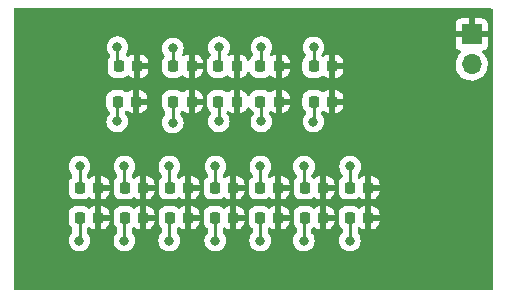
<source format=gbr>
%TF.GenerationSoftware,KiCad,Pcbnew,(6.0.2)*%
%TF.CreationDate,2022-03-09T19:45:25-08:00*%
%TF.ProjectId,IFLFU-test-back,49464c46-552d-4746-9573-742d6261636b,rev?*%
%TF.SameCoordinates,Original*%
%TF.FileFunction,Copper,L1,Top*%
%TF.FilePolarity,Positive*%
%FSLAX46Y46*%
G04 Gerber Fmt 4.6, Leading zero omitted, Abs format (unit mm)*
G04 Created by KiCad (PCBNEW (6.0.2)) date 2022-03-09 19:45:25*
%MOMM*%
%LPD*%
G01*
G04 APERTURE LIST*
G04 Aperture macros list*
%AMRoundRect*
0 Rectangle with rounded corners*
0 $1 Rounding radius*
0 $2 $3 $4 $5 $6 $7 $8 $9 X,Y pos of 4 corners*
0 Add a 4 corners polygon primitive as box body*
4,1,4,$2,$3,$4,$5,$6,$7,$8,$9,$2,$3,0*
0 Add four circle primitives for the rounded corners*
1,1,$1+$1,$2,$3*
1,1,$1+$1,$4,$5*
1,1,$1+$1,$6,$7*
1,1,$1+$1,$8,$9*
0 Add four rect primitives between the rounded corners*
20,1,$1+$1,$2,$3,$4,$5,0*
20,1,$1+$1,$4,$5,$6,$7,0*
20,1,$1+$1,$6,$7,$8,$9,0*
20,1,$1+$1,$8,$9,$2,$3,0*%
G04 Aperture macros list end*
%TA.AperFunction,SMDPad,CuDef*%
%ADD10RoundRect,0.218750X-0.218750X-0.256250X0.218750X-0.256250X0.218750X0.256250X-0.218750X0.256250X0*%
%TD*%
%TA.AperFunction,ComponentPad*%
%ADD11R,1.700000X1.700000*%
%TD*%
%TA.AperFunction,ComponentPad*%
%ADD12O,1.700000X1.700000*%
%TD*%
%TA.AperFunction,ViaPad*%
%ADD13C,0.800000*%
%TD*%
%TA.AperFunction,Conductor*%
%ADD14C,0.250000*%
%TD*%
G04 APERTURE END LIST*
D10*
%TO.P,D24,2,A*%
%TO.N,VCC*%
X50447500Y-38240000D03*
%TO.P,D24,1,K*%
%TO.N,GND*%
X48872500Y-38240000D03*
%TD*%
%TO.P,D23,2,A*%
%TO.N,VCC*%
X46637500Y-38240000D03*
%TO.P,D23,1,K*%
%TO.N,GND*%
X45062500Y-38240000D03*
%TD*%
%TO.P,D22,2,A*%
%TO.N,VCC*%
X42827500Y-38240000D03*
%TO.P,D22,1,K*%
%TO.N,GND*%
X41252500Y-38240000D03*
%TD*%
%TO.P,D21,2,A*%
%TO.N,VCC*%
X39017500Y-38240000D03*
%TO.P,D21,1,K*%
%TO.N,GND*%
X37442500Y-38240000D03*
%TD*%
%TO.P,D20,2,A*%
%TO.N,VCC*%
X35207500Y-38240000D03*
%TO.P,D20,1,K*%
%TO.N,GND*%
X33632500Y-38240000D03*
%TD*%
%TO.P,D19,2,A*%
%TO.N,VCC*%
X31397500Y-38240000D03*
%TO.P,D19,1,K*%
%TO.N,GND*%
X29822500Y-38240000D03*
%TD*%
%TO.P,D18,2,A*%
%TO.N,VCC*%
X27587500Y-38240000D03*
%TO.P,D18,1,K*%
%TO.N,GND*%
X26012500Y-38240000D03*
%TD*%
%TO.P,D17,2,A*%
%TO.N,VCC*%
X50447500Y-35700000D03*
%TO.P,D17,1,K*%
%TO.N,GND*%
X48872500Y-35700000D03*
%TD*%
%TO.P,D16,2,A*%
%TO.N,VCC*%
X46637500Y-35700000D03*
%TO.P,D16,1,K*%
%TO.N,GND*%
X45062500Y-35700000D03*
%TD*%
%TO.P,D15,2,A*%
%TO.N,VCC*%
X42827500Y-35700000D03*
%TO.P,D15,1,K*%
%TO.N,GND*%
X41252500Y-35700000D03*
%TD*%
%TO.P,D14,2,A*%
%TO.N,VCC*%
X39017500Y-35700000D03*
%TO.P,D14,1,K*%
%TO.N,GND*%
X37442500Y-35700000D03*
%TD*%
%TO.P,D13,2,A*%
%TO.N,VCC*%
X35207500Y-35700000D03*
%TO.P,D13,1,K*%
%TO.N,GND*%
X33632500Y-35700000D03*
%TD*%
%TO.P,D12,2,A*%
%TO.N,VCC*%
X31397500Y-35700000D03*
%TO.P,D12,1,K*%
%TO.N,GND*%
X29822500Y-35700000D03*
%TD*%
%TO.P,D11,2,A*%
%TO.N,VCC*%
X27587500Y-35700000D03*
%TO.P,D11,1,K*%
%TO.N,GND*%
X26012500Y-35700000D03*
%TD*%
D11*
%TO.P,J1,1,Pin_1*%
%TO.N,VCC*%
X59200000Y-22725000D03*
D12*
%TO.P,J1,2,Pin_2*%
%TO.N,GND*%
X59200000Y-25265000D03*
%TD*%
D10*
%TO.P,D10,1,K*%
%TO.N,GND*%
X45812500Y-28400000D03*
%TO.P,D10,2,A*%
%TO.N,VCC*%
X47387500Y-28400000D03*
%TD*%
%TO.P,D9,1,K*%
%TO.N,GND*%
X45812500Y-25400000D03*
%TO.P,D9,2,A*%
%TO.N,VCC*%
X47387500Y-25400000D03*
%TD*%
%TO.P,D8,1,K*%
%TO.N,GND*%
X41312500Y-28400000D03*
%TO.P,D8,2,A*%
%TO.N,VCC*%
X42887500Y-28400000D03*
%TD*%
%TO.P,D7,1,K*%
%TO.N,GND*%
X41312500Y-25400000D03*
%TO.P,D7,2,A*%
%TO.N,VCC*%
X42887500Y-25400000D03*
%TD*%
%TO.P,D6,1,K*%
%TO.N,GND*%
X37712500Y-28400000D03*
%TO.P,D6,2,A*%
%TO.N,VCC*%
X39287500Y-28400000D03*
%TD*%
%TO.P,D5,1,K*%
%TO.N,GND*%
X37712500Y-25400000D03*
%TO.P,D5,2,A*%
%TO.N,VCC*%
X39287500Y-25400000D03*
%TD*%
%TO.P,D4,2,A*%
%TO.N,VCC*%
X35487500Y-28400000D03*
%TO.P,D4,1,K*%
%TO.N,GND*%
X33912500Y-28400000D03*
%TD*%
%TO.P,D3,1,K*%
%TO.N,GND*%
X33912500Y-25400000D03*
%TO.P,D3,2,A*%
%TO.N,VCC*%
X35487500Y-25400000D03*
%TD*%
%TO.P,D2,1,K*%
%TO.N,GND*%
X29212500Y-28400000D03*
%TO.P,D2,2,A*%
%TO.N,VCC*%
X30787500Y-28400000D03*
%TD*%
%TO.P,D1,1,K*%
%TO.N,GND*%
X29312500Y-25400000D03*
%TO.P,D1,2,A*%
%TO.N,VCC*%
X30887500Y-25400000D03*
%TD*%
D13*
%TO.N,GND*%
X48887500Y-40187500D03*
X48900000Y-33900000D03*
X44987500Y-40187500D03*
X45000000Y-33900000D03*
X41287500Y-40187500D03*
X41300000Y-33900000D03*
X37487500Y-40187500D03*
X37500000Y-33900000D03*
X33587500Y-40187500D03*
X33600000Y-33900000D03*
X29787500Y-40187500D03*
X29800000Y-33900000D03*
X25987500Y-40187500D03*
X26000000Y-33900000D03*
X29187500Y-30087500D03*
X29200000Y-23800000D03*
X33887500Y-30187500D03*
X33900000Y-23900000D03*
X37787500Y-30087500D03*
X37800000Y-23800000D03*
X41387500Y-30087500D03*
X41400000Y-23800000D03*
X45800000Y-30100000D03*
X45812500Y-23812500D03*
%TD*%
D14*
%TO.N,GND*%
X48900000Y-35487500D02*
X48900000Y-33900000D01*
X48900000Y-38487500D02*
X48900000Y-40175000D01*
X45000000Y-35487500D02*
X45000000Y-33900000D01*
X45000000Y-38487500D02*
X45000000Y-40175000D01*
X41300000Y-35487500D02*
X41300000Y-33900000D01*
X41300000Y-38487500D02*
X41300000Y-40175000D01*
X37500000Y-35487500D02*
X37500000Y-33900000D01*
X37500000Y-38487500D02*
X37500000Y-40175000D01*
X33600000Y-35487500D02*
X33600000Y-33900000D01*
X33600000Y-38487500D02*
X33600000Y-40175000D01*
X29800000Y-35487500D02*
X29800000Y-33900000D01*
X29800000Y-38487500D02*
X29800000Y-40175000D01*
X26000000Y-35487500D02*
X26000000Y-33900000D01*
X26000000Y-38487500D02*
X26000000Y-40175000D01*
X29200000Y-25387500D02*
X29200000Y-23800000D01*
X29200000Y-28387500D02*
X29200000Y-30075000D01*
X33900000Y-25487500D02*
X33900000Y-23900000D01*
X33900000Y-28487500D02*
X33900000Y-30175000D01*
X37800000Y-25387500D02*
X37800000Y-23800000D01*
X37800000Y-28387500D02*
X37800000Y-30075000D01*
X41400000Y-25387500D02*
X41400000Y-23800000D01*
X41400000Y-28387500D02*
X41400000Y-30075000D01*
X45812500Y-30087500D02*
X45800000Y-30100000D01*
X45812500Y-28400000D02*
X45812500Y-30087500D01*
X45812500Y-25400000D02*
X45812500Y-23812500D01*
%TD*%
%TA.AperFunction,Conductor*%
%TO.N,VCC*%
G36*
X60934121Y-20528002D02*
G01*
X60980614Y-20581658D01*
X60992000Y-20634000D01*
X60992000Y-44266000D01*
X60971998Y-44334121D01*
X60918342Y-44380614D01*
X60866000Y-44392000D01*
X20534000Y-44392000D01*
X20465879Y-44371998D01*
X20419386Y-44318342D01*
X20408000Y-44266000D01*
X20408000Y-38544572D01*
X25066500Y-38544572D01*
X25077022Y-38645982D01*
X25130692Y-38806849D01*
X25219929Y-38951055D01*
X25319519Y-39050471D01*
X25329518Y-39060453D01*
X25363597Y-39122735D01*
X25366500Y-39149626D01*
X25366500Y-39471093D01*
X25346498Y-39539214D01*
X25334136Y-39555403D01*
X25248460Y-39650556D01*
X25152973Y-39815944D01*
X25093958Y-39997572D01*
X25073996Y-40187500D01*
X25093958Y-40377428D01*
X25152973Y-40559056D01*
X25248460Y-40724444D01*
X25376247Y-40866366D01*
X25530748Y-40978618D01*
X25536776Y-40981302D01*
X25536778Y-40981303D01*
X25699181Y-41053609D01*
X25705212Y-41056294D01*
X25798613Y-41076147D01*
X25885556Y-41094628D01*
X25885561Y-41094628D01*
X25892013Y-41096000D01*
X26082987Y-41096000D01*
X26089439Y-41094628D01*
X26089444Y-41094628D01*
X26176387Y-41076147D01*
X26269788Y-41056294D01*
X26275819Y-41053609D01*
X26438222Y-40981303D01*
X26438224Y-40981302D01*
X26444252Y-40978618D01*
X26598753Y-40866366D01*
X26726540Y-40724444D01*
X26822027Y-40559056D01*
X26881042Y-40377428D01*
X26901004Y-40187500D01*
X28873996Y-40187500D01*
X28893958Y-40377428D01*
X28952973Y-40559056D01*
X29048460Y-40724444D01*
X29176247Y-40866366D01*
X29330748Y-40978618D01*
X29336776Y-40981302D01*
X29336778Y-40981303D01*
X29499181Y-41053609D01*
X29505212Y-41056294D01*
X29598613Y-41076147D01*
X29685556Y-41094628D01*
X29685561Y-41094628D01*
X29692013Y-41096000D01*
X29882987Y-41096000D01*
X29889439Y-41094628D01*
X29889444Y-41094628D01*
X29976387Y-41076147D01*
X30069788Y-41056294D01*
X30075819Y-41053609D01*
X30238222Y-40981303D01*
X30238224Y-40981302D01*
X30244252Y-40978618D01*
X30398753Y-40866366D01*
X30526540Y-40724444D01*
X30622027Y-40559056D01*
X30681042Y-40377428D01*
X30701004Y-40187500D01*
X32673996Y-40187500D01*
X32693958Y-40377428D01*
X32752973Y-40559056D01*
X32848460Y-40724444D01*
X32976247Y-40866366D01*
X33130748Y-40978618D01*
X33136776Y-40981302D01*
X33136778Y-40981303D01*
X33299181Y-41053609D01*
X33305212Y-41056294D01*
X33398613Y-41076147D01*
X33485556Y-41094628D01*
X33485561Y-41094628D01*
X33492013Y-41096000D01*
X33682987Y-41096000D01*
X33689439Y-41094628D01*
X33689444Y-41094628D01*
X33776387Y-41076147D01*
X33869788Y-41056294D01*
X33875819Y-41053609D01*
X34038222Y-40981303D01*
X34038224Y-40981302D01*
X34044252Y-40978618D01*
X34198753Y-40866366D01*
X34326540Y-40724444D01*
X34422027Y-40559056D01*
X34481042Y-40377428D01*
X34501004Y-40187500D01*
X34481042Y-39997572D01*
X34422027Y-39815944D01*
X34326540Y-39650556D01*
X34265862Y-39583166D01*
X34235146Y-39519160D01*
X34233500Y-39498858D01*
X34233500Y-39185173D01*
X34253502Y-39117052D01*
X34293196Y-39078029D01*
X34299832Y-39073922D01*
X34299833Y-39073921D01*
X34306055Y-39070071D01*
X34331241Y-39044841D01*
X34393523Y-39010762D01*
X34464343Y-39015765D01*
X34509432Y-39044686D01*
X34530080Y-39065298D01*
X34541491Y-39074310D01*
X34673291Y-39155553D01*
X34686468Y-39161697D01*
X34833843Y-39210579D01*
X34847210Y-39213445D01*
X34936700Y-39222614D01*
X34950624Y-39218525D01*
X34951829Y-39217135D01*
X34953500Y-39209452D01*
X34953500Y-39204885D01*
X35461500Y-39204885D01*
X35465975Y-39220124D01*
X35467365Y-39221329D01*
X35474321Y-39222842D01*
X35477782Y-39222663D01*
X35569021Y-39213196D01*
X35582417Y-39210303D01*
X35729687Y-39161170D01*
X35742866Y-39154996D01*
X35874514Y-39073530D01*
X35885915Y-39064494D01*
X35995298Y-38954920D01*
X36004310Y-38943509D01*
X36085553Y-38811709D01*
X36091697Y-38798532D01*
X36140579Y-38651157D01*
X36143445Y-38637790D01*
X36152672Y-38547730D01*
X36152833Y-38544572D01*
X36496500Y-38544572D01*
X36507022Y-38645982D01*
X36560692Y-38806849D01*
X36649929Y-38951055D01*
X36769947Y-39070864D01*
X36776177Y-39074704D01*
X36776178Y-39074705D01*
X36806616Y-39093467D01*
X36854109Y-39146239D01*
X36866500Y-39200727D01*
X36866500Y-39471093D01*
X36846498Y-39539214D01*
X36834136Y-39555403D01*
X36748460Y-39650556D01*
X36652973Y-39815944D01*
X36593958Y-39997572D01*
X36573996Y-40187500D01*
X36593958Y-40377428D01*
X36652973Y-40559056D01*
X36748460Y-40724444D01*
X36876247Y-40866366D01*
X37030748Y-40978618D01*
X37036776Y-40981302D01*
X37036778Y-40981303D01*
X37199181Y-41053609D01*
X37205212Y-41056294D01*
X37298613Y-41076147D01*
X37385556Y-41094628D01*
X37385561Y-41094628D01*
X37392013Y-41096000D01*
X37582987Y-41096000D01*
X37589439Y-41094628D01*
X37589444Y-41094628D01*
X37676387Y-41076147D01*
X37769788Y-41056294D01*
X37775819Y-41053609D01*
X37938222Y-40981303D01*
X37938224Y-40981302D01*
X37944252Y-40978618D01*
X38098753Y-40866366D01*
X38226540Y-40724444D01*
X38322027Y-40559056D01*
X38381042Y-40377428D01*
X38401004Y-40187500D01*
X38381042Y-39997572D01*
X38322027Y-39815944D01*
X38226540Y-39650556D01*
X38165862Y-39583166D01*
X38135146Y-39519160D01*
X38133500Y-39498858D01*
X38133500Y-39162215D01*
X38153502Y-39094094D01*
X38207158Y-39047601D01*
X38277432Y-39037497D01*
X38337592Y-39063333D01*
X38351491Y-39074310D01*
X38483291Y-39155553D01*
X38496468Y-39161697D01*
X38643843Y-39210579D01*
X38657210Y-39213445D01*
X38746700Y-39222614D01*
X38760624Y-39218525D01*
X38761829Y-39217135D01*
X38763500Y-39209452D01*
X38763500Y-39204885D01*
X39271500Y-39204885D01*
X39275975Y-39220124D01*
X39277365Y-39221329D01*
X39284321Y-39222842D01*
X39287782Y-39222663D01*
X39379021Y-39213196D01*
X39392417Y-39210303D01*
X39539687Y-39161170D01*
X39552866Y-39154996D01*
X39684514Y-39073530D01*
X39695915Y-39064494D01*
X39805298Y-38954920D01*
X39814310Y-38943509D01*
X39895553Y-38811709D01*
X39901697Y-38798532D01*
X39950579Y-38651157D01*
X39953445Y-38637790D01*
X39962672Y-38547730D01*
X39962833Y-38544572D01*
X40306500Y-38544572D01*
X40317022Y-38645982D01*
X40370692Y-38806849D01*
X40459929Y-38951055D01*
X40579947Y-39070864D01*
X40586177Y-39074704D01*
X40586178Y-39074705D01*
X40606616Y-39087303D01*
X40654109Y-39140075D01*
X40666500Y-39194563D01*
X40666500Y-39471093D01*
X40646498Y-39539214D01*
X40634136Y-39555403D01*
X40548460Y-39650556D01*
X40452973Y-39815944D01*
X40393958Y-39997572D01*
X40373996Y-40187500D01*
X40393958Y-40377428D01*
X40452973Y-40559056D01*
X40548460Y-40724444D01*
X40676247Y-40866366D01*
X40830748Y-40978618D01*
X40836776Y-40981302D01*
X40836778Y-40981303D01*
X40999181Y-41053609D01*
X41005212Y-41056294D01*
X41098613Y-41076147D01*
X41185556Y-41094628D01*
X41185561Y-41094628D01*
X41192013Y-41096000D01*
X41382987Y-41096000D01*
X41389439Y-41094628D01*
X41389444Y-41094628D01*
X41476387Y-41076147D01*
X41569788Y-41056294D01*
X41575819Y-41053609D01*
X41738222Y-40981303D01*
X41738224Y-40981302D01*
X41744252Y-40978618D01*
X41898753Y-40866366D01*
X42026540Y-40724444D01*
X42122027Y-40559056D01*
X42181042Y-40377428D01*
X42201004Y-40187500D01*
X44073996Y-40187500D01*
X44093958Y-40377428D01*
X44152973Y-40559056D01*
X44248460Y-40724444D01*
X44376247Y-40866366D01*
X44530748Y-40978618D01*
X44536776Y-40981302D01*
X44536778Y-40981303D01*
X44699181Y-41053609D01*
X44705212Y-41056294D01*
X44798613Y-41076147D01*
X44885556Y-41094628D01*
X44885561Y-41094628D01*
X44892013Y-41096000D01*
X45082987Y-41096000D01*
X45089439Y-41094628D01*
X45089444Y-41094628D01*
X45176387Y-41076147D01*
X45269788Y-41056294D01*
X45275819Y-41053609D01*
X45438222Y-40981303D01*
X45438224Y-40981302D01*
X45444252Y-40978618D01*
X45598753Y-40866366D01*
X45726540Y-40724444D01*
X45822027Y-40559056D01*
X45881042Y-40377428D01*
X45901004Y-40187500D01*
X45881042Y-39997572D01*
X45822027Y-39815944D01*
X45726540Y-39650556D01*
X45665862Y-39583166D01*
X45635146Y-39519160D01*
X45633500Y-39498858D01*
X45633500Y-39203736D01*
X45653502Y-39135615D01*
X45693196Y-39096593D01*
X45736055Y-39070071D01*
X45761241Y-39044841D01*
X45823523Y-39010762D01*
X45894343Y-39015765D01*
X45939432Y-39044686D01*
X45960080Y-39065298D01*
X45971491Y-39074310D01*
X46103291Y-39155553D01*
X46116468Y-39161697D01*
X46263843Y-39210579D01*
X46277210Y-39213445D01*
X46366700Y-39222614D01*
X46380624Y-39218525D01*
X46381829Y-39217135D01*
X46383500Y-39209452D01*
X46383500Y-39204885D01*
X46891500Y-39204885D01*
X46895975Y-39220124D01*
X46897365Y-39221329D01*
X46904321Y-39222842D01*
X46907782Y-39222663D01*
X46999021Y-39213196D01*
X47012417Y-39210303D01*
X47159687Y-39161170D01*
X47172866Y-39154996D01*
X47304514Y-39073530D01*
X47315915Y-39064494D01*
X47425298Y-38954920D01*
X47434310Y-38943509D01*
X47515553Y-38811709D01*
X47521697Y-38798532D01*
X47570579Y-38651157D01*
X47573445Y-38637790D01*
X47582672Y-38547730D01*
X47582833Y-38544572D01*
X47926500Y-38544572D01*
X47937022Y-38645982D01*
X47990692Y-38806849D01*
X48079929Y-38951055D01*
X48199947Y-39070864D01*
X48206618Y-39074976D01*
X48206856Y-39075240D01*
X48211923Y-39079242D01*
X48211238Y-39080110D01*
X48254110Y-39127749D01*
X48266500Y-39182235D01*
X48266500Y-39471093D01*
X48246498Y-39539214D01*
X48234136Y-39555403D01*
X48148460Y-39650556D01*
X48052973Y-39815944D01*
X47993958Y-39997572D01*
X47973996Y-40187500D01*
X47993958Y-40377428D01*
X48052973Y-40559056D01*
X48148460Y-40724444D01*
X48276247Y-40866366D01*
X48430748Y-40978618D01*
X48436776Y-40981302D01*
X48436778Y-40981303D01*
X48599181Y-41053609D01*
X48605212Y-41056294D01*
X48698613Y-41076147D01*
X48785556Y-41094628D01*
X48785561Y-41094628D01*
X48792013Y-41096000D01*
X48982987Y-41096000D01*
X48989439Y-41094628D01*
X48989444Y-41094628D01*
X49076387Y-41076147D01*
X49169788Y-41056294D01*
X49175819Y-41053609D01*
X49338222Y-40981303D01*
X49338224Y-40981302D01*
X49344252Y-40978618D01*
X49498753Y-40866366D01*
X49626540Y-40724444D01*
X49722027Y-40559056D01*
X49781042Y-40377428D01*
X49801004Y-40187500D01*
X49781042Y-39997572D01*
X49722027Y-39815944D01*
X49626540Y-39650556D01*
X49565862Y-39583166D01*
X49535146Y-39519160D01*
X49533500Y-39498858D01*
X49533500Y-39134775D01*
X49553502Y-39066654D01*
X49570307Y-39045777D01*
X49571221Y-39044861D01*
X49633496Y-39010768D01*
X49704317Y-39015755D01*
X49749432Y-39044686D01*
X49770080Y-39065298D01*
X49781491Y-39074310D01*
X49913291Y-39155553D01*
X49926468Y-39161697D01*
X50073843Y-39210579D01*
X50087210Y-39213445D01*
X50176700Y-39222614D01*
X50190624Y-39218525D01*
X50191829Y-39217135D01*
X50193500Y-39209452D01*
X50193500Y-39204885D01*
X50701500Y-39204885D01*
X50705975Y-39220124D01*
X50707365Y-39221329D01*
X50714321Y-39222842D01*
X50717782Y-39222663D01*
X50809021Y-39213196D01*
X50822417Y-39210303D01*
X50969687Y-39161170D01*
X50982866Y-39154996D01*
X51114514Y-39073530D01*
X51125915Y-39064494D01*
X51235298Y-38954920D01*
X51244310Y-38943509D01*
X51325553Y-38811709D01*
X51331697Y-38798532D01*
X51380579Y-38651157D01*
X51383445Y-38637790D01*
X51392672Y-38547730D01*
X51393000Y-38541315D01*
X51393000Y-38512115D01*
X51388525Y-38496876D01*
X51387135Y-38495671D01*
X51379452Y-38494000D01*
X50719615Y-38494000D01*
X50704376Y-38498475D01*
X50703171Y-38499865D01*
X50701500Y-38507548D01*
X50701500Y-39204885D01*
X50193500Y-39204885D01*
X50193500Y-37967885D01*
X50701500Y-37967885D01*
X50705975Y-37983124D01*
X50707365Y-37984329D01*
X50715048Y-37986000D01*
X51374885Y-37986000D01*
X51390124Y-37981525D01*
X51391329Y-37980135D01*
X51393000Y-37972452D01*
X51393000Y-37938734D01*
X51392663Y-37932218D01*
X51383196Y-37840979D01*
X51380303Y-37827583D01*
X51331170Y-37680313D01*
X51324996Y-37667134D01*
X51243530Y-37535486D01*
X51234494Y-37524085D01*
X51124920Y-37414702D01*
X51113509Y-37405690D01*
X50981709Y-37324447D01*
X50968532Y-37318303D01*
X50821157Y-37269421D01*
X50807790Y-37266555D01*
X50718300Y-37257386D01*
X50704376Y-37261475D01*
X50703171Y-37262865D01*
X50701500Y-37270548D01*
X50701500Y-37967885D01*
X50193500Y-37967885D01*
X50193500Y-37275115D01*
X50189025Y-37259876D01*
X50187635Y-37258671D01*
X50180679Y-37257158D01*
X50177218Y-37257337D01*
X50085979Y-37266804D01*
X50072583Y-37269697D01*
X49925313Y-37318830D01*
X49912134Y-37325004D01*
X49780486Y-37406470D01*
X49769085Y-37415506D01*
X49749467Y-37435158D01*
X49687184Y-37469237D01*
X49616364Y-37464234D01*
X49571277Y-37435314D01*
X49550234Y-37414308D01*
X49545053Y-37409136D01*
X49400692Y-37320151D01*
X49393743Y-37317846D01*
X49246262Y-37268928D01*
X49246260Y-37268928D01*
X49239731Y-37266762D01*
X49139572Y-37256500D01*
X48605428Y-37256500D01*
X48602182Y-37256837D01*
X48602178Y-37256837D01*
X48572890Y-37259876D01*
X48504018Y-37267022D01*
X48343151Y-37320692D01*
X48198945Y-37409929D01*
X48079136Y-37529947D01*
X47990151Y-37674308D01*
X47936762Y-37835269D01*
X47926500Y-37935428D01*
X47926500Y-38544572D01*
X47582833Y-38544572D01*
X47583000Y-38541315D01*
X47583000Y-38512115D01*
X47578525Y-38496876D01*
X47577135Y-38495671D01*
X47569452Y-38494000D01*
X46909615Y-38494000D01*
X46894376Y-38498475D01*
X46893171Y-38499865D01*
X46891500Y-38507548D01*
X46891500Y-39204885D01*
X46383500Y-39204885D01*
X46383500Y-37967885D01*
X46891500Y-37967885D01*
X46895975Y-37983124D01*
X46897365Y-37984329D01*
X46905048Y-37986000D01*
X47564885Y-37986000D01*
X47580124Y-37981525D01*
X47581329Y-37980135D01*
X47583000Y-37972452D01*
X47583000Y-37938734D01*
X47582663Y-37932218D01*
X47573196Y-37840979D01*
X47570303Y-37827583D01*
X47521170Y-37680313D01*
X47514996Y-37667134D01*
X47433530Y-37535486D01*
X47424494Y-37524085D01*
X47314920Y-37414702D01*
X47303509Y-37405690D01*
X47171709Y-37324447D01*
X47158532Y-37318303D01*
X47011157Y-37269421D01*
X46997790Y-37266555D01*
X46908300Y-37257386D01*
X46894376Y-37261475D01*
X46893171Y-37262865D01*
X46891500Y-37270548D01*
X46891500Y-37967885D01*
X46383500Y-37967885D01*
X46383500Y-37275115D01*
X46379025Y-37259876D01*
X46377635Y-37258671D01*
X46370679Y-37257158D01*
X46367218Y-37257337D01*
X46275979Y-37266804D01*
X46262583Y-37269697D01*
X46115313Y-37318830D01*
X46102134Y-37325004D01*
X45970486Y-37406470D01*
X45959085Y-37415506D01*
X45939467Y-37435158D01*
X45877184Y-37469237D01*
X45806364Y-37464234D01*
X45761277Y-37435314D01*
X45740234Y-37414308D01*
X45735053Y-37409136D01*
X45590692Y-37320151D01*
X45583743Y-37317846D01*
X45436262Y-37268928D01*
X45436260Y-37268928D01*
X45429731Y-37266762D01*
X45329572Y-37256500D01*
X44795428Y-37256500D01*
X44792182Y-37256837D01*
X44792178Y-37256837D01*
X44762890Y-37259876D01*
X44694018Y-37267022D01*
X44533151Y-37320692D01*
X44388945Y-37409929D01*
X44269136Y-37529947D01*
X44180151Y-37674308D01*
X44126762Y-37835269D01*
X44116500Y-37935428D01*
X44116500Y-38544572D01*
X44127022Y-38645982D01*
X44180692Y-38806849D01*
X44269929Y-38951055D01*
X44275107Y-38956224D01*
X44329518Y-39010540D01*
X44363597Y-39072822D01*
X44366500Y-39099713D01*
X44366500Y-39471093D01*
X44346498Y-39539214D01*
X44334136Y-39555403D01*
X44248460Y-39650556D01*
X44152973Y-39815944D01*
X44093958Y-39997572D01*
X44073996Y-40187500D01*
X42201004Y-40187500D01*
X42181042Y-39997572D01*
X42122027Y-39815944D01*
X42026540Y-39650556D01*
X41965862Y-39583166D01*
X41935146Y-39519160D01*
X41933500Y-39498858D01*
X41933500Y-39152912D01*
X41953502Y-39084791D01*
X42007158Y-39038298D01*
X42077432Y-39028194D01*
X42142012Y-39057688D01*
X42148516Y-39063737D01*
X42150079Y-39065297D01*
X42161491Y-39074310D01*
X42293291Y-39155553D01*
X42306468Y-39161697D01*
X42453843Y-39210579D01*
X42467210Y-39213445D01*
X42556700Y-39222614D01*
X42570624Y-39218525D01*
X42571829Y-39217135D01*
X42573500Y-39209452D01*
X42573500Y-39204885D01*
X43081500Y-39204885D01*
X43085975Y-39220124D01*
X43087365Y-39221329D01*
X43094321Y-39222842D01*
X43097782Y-39222663D01*
X43189021Y-39213196D01*
X43202417Y-39210303D01*
X43349687Y-39161170D01*
X43362866Y-39154996D01*
X43494514Y-39073530D01*
X43505915Y-39064494D01*
X43615298Y-38954920D01*
X43624310Y-38943509D01*
X43705553Y-38811709D01*
X43711697Y-38798532D01*
X43760579Y-38651157D01*
X43763445Y-38637790D01*
X43772672Y-38547730D01*
X43773000Y-38541315D01*
X43773000Y-38512115D01*
X43768525Y-38496876D01*
X43767135Y-38495671D01*
X43759452Y-38494000D01*
X43099615Y-38494000D01*
X43084376Y-38498475D01*
X43083171Y-38499865D01*
X43081500Y-38507548D01*
X43081500Y-39204885D01*
X42573500Y-39204885D01*
X42573500Y-37967885D01*
X43081500Y-37967885D01*
X43085975Y-37983124D01*
X43087365Y-37984329D01*
X43095048Y-37986000D01*
X43754885Y-37986000D01*
X43770124Y-37981525D01*
X43771329Y-37980135D01*
X43773000Y-37972452D01*
X43773000Y-37938734D01*
X43772663Y-37932218D01*
X43763196Y-37840979D01*
X43760303Y-37827583D01*
X43711170Y-37680313D01*
X43704996Y-37667134D01*
X43623530Y-37535486D01*
X43614494Y-37524085D01*
X43504920Y-37414702D01*
X43493509Y-37405690D01*
X43361709Y-37324447D01*
X43348532Y-37318303D01*
X43201157Y-37269421D01*
X43187790Y-37266555D01*
X43098300Y-37257386D01*
X43084376Y-37261475D01*
X43083171Y-37262865D01*
X43081500Y-37270548D01*
X43081500Y-37967885D01*
X42573500Y-37967885D01*
X42573500Y-37275115D01*
X42569025Y-37259876D01*
X42567635Y-37258671D01*
X42560679Y-37257158D01*
X42557218Y-37257337D01*
X42465979Y-37266804D01*
X42452583Y-37269697D01*
X42305313Y-37318830D01*
X42292134Y-37325004D01*
X42160486Y-37406470D01*
X42149085Y-37415506D01*
X42129467Y-37435158D01*
X42067184Y-37469237D01*
X41996364Y-37464234D01*
X41951277Y-37435314D01*
X41930234Y-37414308D01*
X41925053Y-37409136D01*
X41780692Y-37320151D01*
X41773743Y-37317846D01*
X41626262Y-37268928D01*
X41626260Y-37268928D01*
X41619731Y-37266762D01*
X41519572Y-37256500D01*
X40985428Y-37256500D01*
X40982182Y-37256837D01*
X40982178Y-37256837D01*
X40952890Y-37259876D01*
X40884018Y-37267022D01*
X40723151Y-37320692D01*
X40578945Y-37409929D01*
X40459136Y-37529947D01*
X40370151Y-37674308D01*
X40316762Y-37835269D01*
X40306500Y-37935428D01*
X40306500Y-38544572D01*
X39962833Y-38544572D01*
X39963000Y-38541315D01*
X39963000Y-38512115D01*
X39958525Y-38496876D01*
X39957135Y-38495671D01*
X39949452Y-38494000D01*
X39289615Y-38494000D01*
X39274376Y-38498475D01*
X39273171Y-38499865D01*
X39271500Y-38507548D01*
X39271500Y-39204885D01*
X38763500Y-39204885D01*
X38763500Y-37967885D01*
X39271500Y-37967885D01*
X39275975Y-37983124D01*
X39277365Y-37984329D01*
X39285048Y-37986000D01*
X39944885Y-37986000D01*
X39960124Y-37981525D01*
X39961329Y-37980135D01*
X39963000Y-37972452D01*
X39963000Y-37938734D01*
X39962663Y-37932218D01*
X39953196Y-37840979D01*
X39950303Y-37827583D01*
X39901170Y-37680313D01*
X39894996Y-37667134D01*
X39813530Y-37535486D01*
X39804494Y-37524085D01*
X39694920Y-37414702D01*
X39683509Y-37405690D01*
X39551709Y-37324447D01*
X39538532Y-37318303D01*
X39391157Y-37269421D01*
X39377790Y-37266555D01*
X39288300Y-37257386D01*
X39274376Y-37261475D01*
X39273171Y-37262865D01*
X39271500Y-37270548D01*
X39271500Y-37967885D01*
X38763500Y-37967885D01*
X38763500Y-37275115D01*
X38759025Y-37259876D01*
X38757635Y-37258671D01*
X38750679Y-37257158D01*
X38747218Y-37257337D01*
X38655979Y-37266804D01*
X38642583Y-37269697D01*
X38495313Y-37318830D01*
X38482134Y-37325004D01*
X38350486Y-37406470D01*
X38339085Y-37415506D01*
X38319467Y-37435158D01*
X38257184Y-37469237D01*
X38186364Y-37464234D01*
X38141277Y-37435314D01*
X38120234Y-37414308D01*
X38115053Y-37409136D01*
X37970692Y-37320151D01*
X37963743Y-37317846D01*
X37816262Y-37268928D01*
X37816260Y-37268928D01*
X37809731Y-37266762D01*
X37709572Y-37256500D01*
X37175428Y-37256500D01*
X37172182Y-37256837D01*
X37172178Y-37256837D01*
X37142890Y-37259876D01*
X37074018Y-37267022D01*
X36913151Y-37320692D01*
X36768945Y-37409929D01*
X36649136Y-37529947D01*
X36560151Y-37674308D01*
X36506762Y-37835269D01*
X36496500Y-37935428D01*
X36496500Y-38544572D01*
X36152833Y-38544572D01*
X36153000Y-38541315D01*
X36153000Y-38512115D01*
X36148525Y-38496876D01*
X36147135Y-38495671D01*
X36139452Y-38494000D01*
X35479615Y-38494000D01*
X35464376Y-38498475D01*
X35463171Y-38499865D01*
X35461500Y-38507548D01*
X35461500Y-39204885D01*
X34953500Y-39204885D01*
X34953500Y-37967885D01*
X35461500Y-37967885D01*
X35465975Y-37983124D01*
X35467365Y-37984329D01*
X35475048Y-37986000D01*
X36134885Y-37986000D01*
X36150124Y-37981525D01*
X36151329Y-37980135D01*
X36153000Y-37972452D01*
X36153000Y-37938734D01*
X36152663Y-37932218D01*
X36143196Y-37840979D01*
X36140303Y-37827583D01*
X36091170Y-37680313D01*
X36084996Y-37667134D01*
X36003530Y-37535486D01*
X35994494Y-37524085D01*
X35884920Y-37414702D01*
X35873509Y-37405690D01*
X35741709Y-37324447D01*
X35728532Y-37318303D01*
X35581157Y-37269421D01*
X35567790Y-37266555D01*
X35478300Y-37257386D01*
X35464376Y-37261475D01*
X35463171Y-37262865D01*
X35461500Y-37270548D01*
X35461500Y-37967885D01*
X34953500Y-37967885D01*
X34953500Y-37275115D01*
X34949025Y-37259876D01*
X34947635Y-37258671D01*
X34940679Y-37257158D01*
X34937218Y-37257337D01*
X34845979Y-37266804D01*
X34832583Y-37269697D01*
X34685313Y-37318830D01*
X34672134Y-37325004D01*
X34540486Y-37406470D01*
X34529085Y-37415506D01*
X34509467Y-37435158D01*
X34447184Y-37469237D01*
X34376364Y-37464234D01*
X34331277Y-37435314D01*
X34310234Y-37414308D01*
X34305053Y-37409136D01*
X34160692Y-37320151D01*
X34153743Y-37317846D01*
X34006262Y-37268928D01*
X34006260Y-37268928D01*
X33999731Y-37266762D01*
X33899572Y-37256500D01*
X33365428Y-37256500D01*
X33362182Y-37256837D01*
X33362178Y-37256837D01*
X33332890Y-37259876D01*
X33264018Y-37267022D01*
X33103151Y-37320692D01*
X32958945Y-37409929D01*
X32839136Y-37529947D01*
X32750151Y-37674308D01*
X32696762Y-37835269D01*
X32686500Y-37935428D01*
X32686500Y-38544572D01*
X32697022Y-38645982D01*
X32750692Y-38806849D01*
X32839929Y-38951055D01*
X32845107Y-38956224D01*
X32929518Y-39040488D01*
X32963597Y-39102770D01*
X32966500Y-39129661D01*
X32966500Y-39471093D01*
X32946498Y-39539214D01*
X32934136Y-39555403D01*
X32848460Y-39650556D01*
X32752973Y-39815944D01*
X32693958Y-39997572D01*
X32673996Y-40187500D01*
X30701004Y-40187500D01*
X30681042Y-39997572D01*
X30622027Y-39815944D01*
X30526540Y-39650556D01*
X30465862Y-39583166D01*
X30435146Y-39519160D01*
X30433500Y-39498858D01*
X30433500Y-39178985D01*
X30453502Y-39110864D01*
X30485124Y-39079774D01*
X30484092Y-39078472D01*
X30489835Y-39073920D01*
X30496055Y-39070071D01*
X30521241Y-39044841D01*
X30583523Y-39010762D01*
X30654343Y-39015765D01*
X30699432Y-39044686D01*
X30720080Y-39065298D01*
X30731491Y-39074310D01*
X30863291Y-39155553D01*
X30876468Y-39161697D01*
X31023843Y-39210579D01*
X31037210Y-39213445D01*
X31126700Y-39222614D01*
X31140624Y-39218525D01*
X31141829Y-39217135D01*
X31143500Y-39209452D01*
X31143500Y-39204885D01*
X31651500Y-39204885D01*
X31655975Y-39220124D01*
X31657365Y-39221329D01*
X31664321Y-39222842D01*
X31667782Y-39222663D01*
X31759021Y-39213196D01*
X31772417Y-39210303D01*
X31919687Y-39161170D01*
X31932866Y-39154996D01*
X32064514Y-39073530D01*
X32075915Y-39064494D01*
X32185298Y-38954920D01*
X32194310Y-38943509D01*
X32275553Y-38811709D01*
X32281697Y-38798532D01*
X32330579Y-38651157D01*
X32333445Y-38637790D01*
X32342672Y-38547730D01*
X32343000Y-38541315D01*
X32343000Y-38512115D01*
X32338525Y-38496876D01*
X32337135Y-38495671D01*
X32329452Y-38494000D01*
X31669615Y-38494000D01*
X31654376Y-38498475D01*
X31653171Y-38499865D01*
X31651500Y-38507548D01*
X31651500Y-39204885D01*
X31143500Y-39204885D01*
X31143500Y-37967885D01*
X31651500Y-37967885D01*
X31655975Y-37983124D01*
X31657365Y-37984329D01*
X31665048Y-37986000D01*
X32324885Y-37986000D01*
X32340124Y-37981525D01*
X32341329Y-37980135D01*
X32343000Y-37972452D01*
X32343000Y-37938734D01*
X32342663Y-37932218D01*
X32333196Y-37840979D01*
X32330303Y-37827583D01*
X32281170Y-37680313D01*
X32274996Y-37667134D01*
X32193530Y-37535486D01*
X32184494Y-37524085D01*
X32074920Y-37414702D01*
X32063509Y-37405690D01*
X31931709Y-37324447D01*
X31918532Y-37318303D01*
X31771157Y-37269421D01*
X31757790Y-37266555D01*
X31668300Y-37257386D01*
X31654376Y-37261475D01*
X31653171Y-37262865D01*
X31651500Y-37270548D01*
X31651500Y-37967885D01*
X31143500Y-37967885D01*
X31143500Y-37275115D01*
X31139025Y-37259876D01*
X31137635Y-37258671D01*
X31130679Y-37257158D01*
X31127218Y-37257337D01*
X31035979Y-37266804D01*
X31022583Y-37269697D01*
X30875313Y-37318830D01*
X30862134Y-37325004D01*
X30730486Y-37406470D01*
X30719085Y-37415506D01*
X30699467Y-37435158D01*
X30637184Y-37469237D01*
X30566364Y-37464234D01*
X30521277Y-37435314D01*
X30500234Y-37414308D01*
X30495053Y-37409136D01*
X30350692Y-37320151D01*
X30343743Y-37317846D01*
X30196262Y-37268928D01*
X30196260Y-37268928D01*
X30189731Y-37266762D01*
X30089572Y-37256500D01*
X29555428Y-37256500D01*
X29552182Y-37256837D01*
X29552178Y-37256837D01*
X29522890Y-37259876D01*
X29454018Y-37267022D01*
X29293151Y-37320692D01*
X29148945Y-37409929D01*
X29029136Y-37529947D01*
X28940151Y-37674308D01*
X28886762Y-37835269D01*
X28876500Y-37935428D01*
X28876500Y-38544572D01*
X28887022Y-38645982D01*
X28940692Y-38806849D01*
X29029929Y-38951055D01*
X29035107Y-38956224D01*
X29129518Y-39050471D01*
X29163597Y-39112754D01*
X29166500Y-39139644D01*
X29166500Y-39471093D01*
X29146498Y-39539214D01*
X29134136Y-39555403D01*
X29048460Y-39650556D01*
X28952973Y-39815944D01*
X28893958Y-39997572D01*
X28873996Y-40187500D01*
X26901004Y-40187500D01*
X26881042Y-39997572D01*
X26822027Y-39815944D01*
X26726540Y-39650556D01*
X26665862Y-39583166D01*
X26635146Y-39519160D01*
X26633500Y-39498858D01*
X26633500Y-39171554D01*
X26653502Y-39103433D01*
X26680734Y-39073364D01*
X26686055Y-39070071D01*
X26711241Y-39044841D01*
X26773523Y-39010762D01*
X26844343Y-39015765D01*
X26889432Y-39044686D01*
X26910080Y-39065298D01*
X26921491Y-39074310D01*
X27053291Y-39155553D01*
X27066468Y-39161697D01*
X27213843Y-39210579D01*
X27227210Y-39213445D01*
X27316700Y-39222614D01*
X27330624Y-39218525D01*
X27331829Y-39217135D01*
X27333500Y-39209452D01*
X27333500Y-39204885D01*
X27841500Y-39204885D01*
X27845975Y-39220124D01*
X27847365Y-39221329D01*
X27854321Y-39222842D01*
X27857782Y-39222663D01*
X27949021Y-39213196D01*
X27962417Y-39210303D01*
X28109687Y-39161170D01*
X28122866Y-39154996D01*
X28254514Y-39073530D01*
X28265915Y-39064494D01*
X28375298Y-38954920D01*
X28384310Y-38943509D01*
X28465553Y-38811709D01*
X28471697Y-38798532D01*
X28520579Y-38651157D01*
X28523445Y-38637790D01*
X28532672Y-38547730D01*
X28533000Y-38541315D01*
X28533000Y-38512115D01*
X28528525Y-38496876D01*
X28527135Y-38495671D01*
X28519452Y-38494000D01*
X27859615Y-38494000D01*
X27844376Y-38498475D01*
X27843171Y-38499865D01*
X27841500Y-38507548D01*
X27841500Y-39204885D01*
X27333500Y-39204885D01*
X27333500Y-37967885D01*
X27841500Y-37967885D01*
X27845975Y-37983124D01*
X27847365Y-37984329D01*
X27855048Y-37986000D01*
X28514885Y-37986000D01*
X28530124Y-37981525D01*
X28531329Y-37980135D01*
X28533000Y-37972452D01*
X28533000Y-37938734D01*
X28532663Y-37932218D01*
X28523196Y-37840979D01*
X28520303Y-37827583D01*
X28471170Y-37680313D01*
X28464996Y-37667134D01*
X28383530Y-37535486D01*
X28374494Y-37524085D01*
X28264920Y-37414702D01*
X28253509Y-37405690D01*
X28121709Y-37324447D01*
X28108532Y-37318303D01*
X27961157Y-37269421D01*
X27947790Y-37266555D01*
X27858300Y-37257386D01*
X27844376Y-37261475D01*
X27843171Y-37262865D01*
X27841500Y-37270548D01*
X27841500Y-37967885D01*
X27333500Y-37967885D01*
X27333500Y-37275115D01*
X27329025Y-37259876D01*
X27327635Y-37258671D01*
X27320679Y-37257158D01*
X27317218Y-37257337D01*
X27225979Y-37266804D01*
X27212583Y-37269697D01*
X27065313Y-37318830D01*
X27052134Y-37325004D01*
X26920486Y-37406470D01*
X26909085Y-37415506D01*
X26889467Y-37435158D01*
X26827184Y-37469237D01*
X26756364Y-37464234D01*
X26711277Y-37435314D01*
X26690234Y-37414308D01*
X26685053Y-37409136D01*
X26540692Y-37320151D01*
X26533743Y-37317846D01*
X26386262Y-37268928D01*
X26386260Y-37268928D01*
X26379731Y-37266762D01*
X26279572Y-37256500D01*
X25745428Y-37256500D01*
X25742182Y-37256837D01*
X25742178Y-37256837D01*
X25712890Y-37259876D01*
X25644018Y-37267022D01*
X25483151Y-37320692D01*
X25338945Y-37409929D01*
X25219136Y-37529947D01*
X25130151Y-37674308D01*
X25076762Y-37835269D01*
X25066500Y-37935428D01*
X25066500Y-38544572D01*
X20408000Y-38544572D01*
X20408000Y-36004572D01*
X25066500Y-36004572D01*
X25077022Y-36105982D01*
X25130692Y-36266849D01*
X25219929Y-36411055D01*
X25339947Y-36530864D01*
X25484308Y-36619849D01*
X25491256Y-36622154D01*
X25491257Y-36622154D01*
X25638738Y-36671072D01*
X25638740Y-36671072D01*
X25645269Y-36673238D01*
X25745428Y-36683500D01*
X26279572Y-36683500D01*
X26282818Y-36683163D01*
X26282822Y-36683163D01*
X26316603Y-36679658D01*
X26380982Y-36672978D01*
X26541849Y-36619308D01*
X26686055Y-36530071D01*
X26711241Y-36504841D01*
X26773523Y-36470762D01*
X26844343Y-36475765D01*
X26889432Y-36504686D01*
X26910080Y-36525298D01*
X26921491Y-36534310D01*
X27053291Y-36615553D01*
X27066468Y-36621697D01*
X27213843Y-36670579D01*
X27227210Y-36673445D01*
X27316700Y-36682614D01*
X27330624Y-36678525D01*
X27331829Y-36677135D01*
X27333500Y-36669452D01*
X27333500Y-36664885D01*
X27841500Y-36664885D01*
X27845975Y-36680124D01*
X27847365Y-36681329D01*
X27854321Y-36682842D01*
X27857782Y-36682663D01*
X27949021Y-36673196D01*
X27962417Y-36670303D01*
X28109687Y-36621170D01*
X28122866Y-36614996D01*
X28254514Y-36533530D01*
X28265915Y-36524494D01*
X28375298Y-36414920D01*
X28384310Y-36403509D01*
X28465553Y-36271709D01*
X28471697Y-36258532D01*
X28520579Y-36111157D01*
X28523445Y-36097790D01*
X28532672Y-36007730D01*
X28532833Y-36004572D01*
X28876500Y-36004572D01*
X28887022Y-36105982D01*
X28940692Y-36266849D01*
X29029929Y-36411055D01*
X29149947Y-36530864D01*
X29294308Y-36619849D01*
X29301256Y-36622154D01*
X29301257Y-36622154D01*
X29448738Y-36671072D01*
X29448740Y-36671072D01*
X29455269Y-36673238D01*
X29555428Y-36683500D01*
X30089572Y-36683500D01*
X30092818Y-36683163D01*
X30092822Y-36683163D01*
X30126603Y-36679658D01*
X30190982Y-36672978D01*
X30351849Y-36619308D01*
X30496055Y-36530071D01*
X30521241Y-36504841D01*
X30583523Y-36470762D01*
X30654343Y-36475765D01*
X30699432Y-36504686D01*
X30720080Y-36525298D01*
X30731491Y-36534310D01*
X30863291Y-36615553D01*
X30876468Y-36621697D01*
X31023843Y-36670579D01*
X31037210Y-36673445D01*
X31126700Y-36682614D01*
X31140624Y-36678525D01*
X31141829Y-36677135D01*
X31143500Y-36669452D01*
X31143500Y-36664885D01*
X31651500Y-36664885D01*
X31655975Y-36680124D01*
X31657365Y-36681329D01*
X31664321Y-36682842D01*
X31667782Y-36682663D01*
X31759021Y-36673196D01*
X31772417Y-36670303D01*
X31919687Y-36621170D01*
X31932866Y-36614996D01*
X32064514Y-36533530D01*
X32075915Y-36524494D01*
X32185298Y-36414920D01*
X32194310Y-36403509D01*
X32275553Y-36271709D01*
X32281697Y-36258532D01*
X32330579Y-36111157D01*
X32333445Y-36097790D01*
X32342672Y-36007730D01*
X32343000Y-36001315D01*
X32343000Y-35972115D01*
X32338525Y-35956876D01*
X32337135Y-35955671D01*
X32329452Y-35954000D01*
X31669615Y-35954000D01*
X31654376Y-35958475D01*
X31653171Y-35959865D01*
X31651500Y-35967548D01*
X31651500Y-36664885D01*
X31143500Y-36664885D01*
X31143500Y-35427885D01*
X31651500Y-35427885D01*
X31655975Y-35443124D01*
X31657365Y-35444329D01*
X31665048Y-35446000D01*
X32324885Y-35446000D01*
X32340124Y-35441525D01*
X32341329Y-35440135D01*
X32343000Y-35432452D01*
X32343000Y-35398734D01*
X32342663Y-35392218D01*
X32333196Y-35300979D01*
X32330303Y-35287583D01*
X32281170Y-35140313D01*
X32274996Y-35127134D01*
X32193530Y-34995486D01*
X32184494Y-34984085D01*
X32074920Y-34874702D01*
X32063509Y-34865690D01*
X31931709Y-34784447D01*
X31918532Y-34778303D01*
X31771157Y-34729421D01*
X31757790Y-34726555D01*
X31668300Y-34717386D01*
X31654376Y-34721475D01*
X31653171Y-34722865D01*
X31651500Y-34730548D01*
X31651500Y-35427885D01*
X31143500Y-35427885D01*
X31143500Y-34735115D01*
X31139025Y-34719876D01*
X31137635Y-34718671D01*
X31130679Y-34717158D01*
X31127218Y-34717337D01*
X31035979Y-34726804D01*
X31022583Y-34729697D01*
X30875313Y-34778830D01*
X30862134Y-34785004D01*
X30730486Y-34866470D01*
X30719085Y-34875506D01*
X30699467Y-34895158D01*
X30637184Y-34929237D01*
X30566364Y-34924234D01*
X30521277Y-34895314D01*
X30500234Y-34874308D01*
X30495053Y-34869136D01*
X30488819Y-34865293D01*
X30483077Y-34860758D01*
X30484802Y-34858574D01*
X30445886Y-34815324D01*
X30433500Y-34760847D01*
X30433500Y-34602524D01*
X30453502Y-34534403D01*
X30465858Y-34518221D01*
X30539040Y-34436944D01*
X30634527Y-34271556D01*
X30693542Y-34089928D01*
X30713504Y-33900000D01*
X32686496Y-33900000D01*
X32706458Y-34089928D01*
X32765473Y-34271556D01*
X32860960Y-34436944D01*
X32934137Y-34518215D01*
X32964853Y-34582221D01*
X32966500Y-34602524D01*
X32966500Y-34810234D01*
X32946498Y-34878355D01*
X32929673Y-34899252D01*
X32839136Y-34989947D01*
X32750151Y-35134308D01*
X32696762Y-35295269D01*
X32686500Y-35395428D01*
X32686500Y-36004572D01*
X32697022Y-36105982D01*
X32750692Y-36266849D01*
X32839929Y-36411055D01*
X32959947Y-36530864D01*
X33104308Y-36619849D01*
X33111256Y-36622154D01*
X33111257Y-36622154D01*
X33258738Y-36671072D01*
X33258740Y-36671072D01*
X33265269Y-36673238D01*
X33365428Y-36683500D01*
X33899572Y-36683500D01*
X33902818Y-36683163D01*
X33902822Y-36683163D01*
X33936603Y-36679658D01*
X34000982Y-36672978D01*
X34161849Y-36619308D01*
X34306055Y-36530071D01*
X34331241Y-36504841D01*
X34393523Y-36470762D01*
X34464343Y-36475765D01*
X34509432Y-36504686D01*
X34530080Y-36525298D01*
X34541491Y-36534310D01*
X34673291Y-36615553D01*
X34686468Y-36621697D01*
X34833843Y-36670579D01*
X34847210Y-36673445D01*
X34936700Y-36682614D01*
X34950624Y-36678525D01*
X34951829Y-36677135D01*
X34953500Y-36669452D01*
X34953500Y-36664885D01*
X35461500Y-36664885D01*
X35465975Y-36680124D01*
X35467365Y-36681329D01*
X35474321Y-36682842D01*
X35477782Y-36682663D01*
X35569021Y-36673196D01*
X35582417Y-36670303D01*
X35729687Y-36621170D01*
X35742866Y-36614996D01*
X35874514Y-36533530D01*
X35885915Y-36524494D01*
X35995298Y-36414920D01*
X36004310Y-36403509D01*
X36085553Y-36271709D01*
X36091697Y-36258532D01*
X36140579Y-36111157D01*
X36143445Y-36097790D01*
X36152672Y-36007730D01*
X36152833Y-36004572D01*
X36496500Y-36004572D01*
X36507022Y-36105982D01*
X36560692Y-36266849D01*
X36649929Y-36411055D01*
X36769947Y-36530864D01*
X36914308Y-36619849D01*
X36921256Y-36622154D01*
X36921257Y-36622154D01*
X37068738Y-36671072D01*
X37068740Y-36671072D01*
X37075269Y-36673238D01*
X37175428Y-36683500D01*
X37709572Y-36683500D01*
X37712818Y-36683163D01*
X37712822Y-36683163D01*
X37746603Y-36679658D01*
X37810982Y-36672978D01*
X37971849Y-36619308D01*
X38116055Y-36530071D01*
X38141241Y-36504841D01*
X38203523Y-36470762D01*
X38274343Y-36475765D01*
X38319432Y-36504686D01*
X38340080Y-36525298D01*
X38351491Y-36534310D01*
X38483291Y-36615553D01*
X38496468Y-36621697D01*
X38643843Y-36670579D01*
X38657210Y-36673445D01*
X38746700Y-36682614D01*
X38760624Y-36678525D01*
X38761829Y-36677135D01*
X38763500Y-36669452D01*
X38763500Y-36664885D01*
X39271500Y-36664885D01*
X39275975Y-36680124D01*
X39277365Y-36681329D01*
X39284321Y-36682842D01*
X39287782Y-36682663D01*
X39379021Y-36673196D01*
X39392417Y-36670303D01*
X39539687Y-36621170D01*
X39552866Y-36614996D01*
X39684514Y-36533530D01*
X39695915Y-36524494D01*
X39805298Y-36414920D01*
X39814310Y-36403509D01*
X39895553Y-36271709D01*
X39901697Y-36258532D01*
X39950579Y-36111157D01*
X39953445Y-36097790D01*
X39962672Y-36007730D01*
X39962833Y-36004572D01*
X40306500Y-36004572D01*
X40317022Y-36105982D01*
X40370692Y-36266849D01*
X40459929Y-36411055D01*
X40579947Y-36530864D01*
X40724308Y-36619849D01*
X40731256Y-36622154D01*
X40731257Y-36622154D01*
X40878738Y-36671072D01*
X40878740Y-36671072D01*
X40885269Y-36673238D01*
X40985428Y-36683500D01*
X41519572Y-36683500D01*
X41522818Y-36683163D01*
X41522822Y-36683163D01*
X41556603Y-36679658D01*
X41620982Y-36672978D01*
X41781849Y-36619308D01*
X41926055Y-36530071D01*
X41951241Y-36504841D01*
X42013523Y-36470762D01*
X42084343Y-36475765D01*
X42129432Y-36504686D01*
X42150080Y-36525298D01*
X42161491Y-36534310D01*
X42293291Y-36615553D01*
X42306468Y-36621697D01*
X42453843Y-36670579D01*
X42467210Y-36673445D01*
X42556700Y-36682614D01*
X42570624Y-36678525D01*
X42571829Y-36677135D01*
X42573500Y-36669452D01*
X42573500Y-36664885D01*
X43081500Y-36664885D01*
X43085975Y-36680124D01*
X43087365Y-36681329D01*
X43094321Y-36682842D01*
X43097782Y-36682663D01*
X43189021Y-36673196D01*
X43202417Y-36670303D01*
X43349687Y-36621170D01*
X43362866Y-36614996D01*
X43494514Y-36533530D01*
X43505915Y-36524494D01*
X43615298Y-36414920D01*
X43624310Y-36403509D01*
X43705553Y-36271709D01*
X43711697Y-36258532D01*
X43760579Y-36111157D01*
X43763445Y-36097790D01*
X43772672Y-36007730D01*
X43773000Y-36001315D01*
X43773000Y-35972115D01*
X43768525Y-35956876D01*
X43767135Y-35955671D01*
X43759452Y-35954000D01*
X43099615Y-35954000D01*
X43084376Y-35958475D01*
X43083171Y-35959865D01*
X43081500Y-35967548D01*
X43081500Y-36664885D01*
X42573500Y-36664885D01*
X42573500Y-35427885D01*
X43081500Y-35427885D01*
X43085975Y-35443124D01*
X43087365Y-35444329D01*
X43095048Y-35446000D01*
X43754885Y-35446000D01*
X43770124Y-35441525D01*
X43771329Y-35440135D01*
X43773000Y-35432452D01*
X43773000Y-35398734D01*
X43772663Y-35392218D01*
X43763196Y-35300979D01*
X43760303Y-35287583D01*
X43711170Y-35140313D01*
X43704996Y-35127134D01*
X43623530Y-34995486D01*
X43614494Y-34984085D01*
X43504920Y-34874702D01*
X43493509Y-34865690D01*
X43361709Y-34784447D01*
X43348532Y-34778303D01*
X43201157Y-34729421D01*
X43187790Y-34726555D01*
X43098300Y-34717386D01*
X43084376Y-34721475D01*
X43083171Y-34722865D01*
X43081500Y-34730548D01*
X43081500Y-35427885D01*
X42573500Y-35427885D01*
X42573500Y-34735115D01*
X42569025Y-34719876D01*
X42567635Y-34718671D01*
X42560679Y-34717158D01*
X42557218Y-34717337D01*
X42465979Y-34726804D01*
X42452583Y-34729697D01*
X42305313Y-34778830D01*
X42292134Y-34785004D01*
X42160486Y-34866470D01*
X42149086Y-34875505D01*
X42148675Y-34875917D01*
X42148325Y-34876109D01*
X42143348Y-34880053D01*
X42142673Y-34879201D01*
X42086393Y-34909997D01*
X42015573Y-34904996D01*
X41958699Y-34862500D01*
X41933829Y-34796002D01*
X41933500Y-34786901D01*
X41933500Y-34602524D01*
X41953502Y-34534403D01*
X41965858Y-34518221D01*
X42039040Y-34436944D01*
X42134527Y-34271556D01*
X42193542Y-34089928D01*
X42213504Y-33900000D01*
X44086496Y-33900000D01*
X44106458Y-34089928D01*
X44165473Y-34271556D01*
X44260960Y-34436944D01*
X44334137Y-34518215D01*
X44364853Y-34582221D01*
X44366500Y-34602524D01*
X44366500Y-34840286D01*
X44346498Y-34908407D01*
X44329673Y-34929303D01*
X44274311Y-34984762D01*
X44274307Y-34984767D01*
X44269136Y-34989947D01*
X44180151Y-35134308D01*
X44126762Y-35295269D01*
X44116500Y-35395428D01*
X44116500Y-36004572D01*
X44127022Y-36105982D01*
X44180692Y-36266849D01*
X44269929Y-36411055D01*
X44389947Y-36530864D01*
X44534308Y-36619849D01*
X44541256Y-36622154D01*
X44541257Y-36622154D01*
X44688738Y-36671072D01*
X44688740Y-36671072D01*
X44695269Y-36673238D01*
X44795428Y-36683500D01*
X45329572Y-36683500D01*
X45332818Y-36683163D01*
X45332822Y-36683163D01*
X45366603Y-36679658D01*
X45430982Y-36672978D01*
X45591849Y-36619308D01*
X45736055Y-36530071D01*
X45761241Y-36504841D01*
X45823523Y-36470762D01*
X45894343Y-36475765D01*
X45939432Y-36504686D01*
X45960080Y-36525298D01*
X45971491Y-36534310D01*
X46103291Y-36615553D01*
X46116468Y-36621697D01*
X46263843Y-36670579D01*
X46277210Y-36673445D01*
X46366700Y-36682614D01*
X46380624Y-36678525D01*
X46381829Y-36677135D01*
X46383500Y-36669452D01*
X46383500Y-36664885D01*
X46891500Y-36664885D01*
X46895975Y-36680124D01*
X46897365Y-36681329D01*
X46904321Y-36682842D01*
X46907782Y-36682663D01*
X46999021Y-36673196D01*
X47012417Y-36670303D01*
X47159687Y-36621170D01*
X47172866Y-36614996D01*
X47304514Y-36533530D01*
X47315915Y-36524494D01*
X47425298Y-36414920D01*
X47434310Y-36403509D01*
X47515553Y-36271709D01*
X47521697Y-36258532D01*
X47570579Y-36111157D01*
X47573445Y-36097790D01*
X47582672Y-36007730D01*
X47582833Y-36004572D01*
X47926500Y-36004572D01*
X47937022Y-36105982D01*
X47990692Y-36266849D01*
X48079929Y-36411055D01*
X48199947Y-36530864D01*
X48344308Y-36619849D01*
X48351256Y-36622154D01*
X48351257Y-36622154D01*
X48498738Y-36671072D01*
X48498740Y-36671072D01*
X48505269Y-36673238D01*
X48605428Y-36683500D01*
X49139572Y-36683500D01*
X49142818Y-36683163D01*
X49142822Y-36683163D01*
X49176603Y-36679658D01*
X49240982Y-36672978D01*
X49401849Y-36619308D01*
X49546055Y-36530071D01*
X49571241Y-36504841D01*
X49633523Y-36470762D01*
X49704343Y-36475765D01*
X49749432Y-36504686D01*
X49770080Y-36525298D01*
X49781491Y-36534310D01*
X49913291Y-36615553D01*
X49926468Y-36621697D01*
X50073843Y-36670579D01*
X50087210Y-36673445D01*
X50176700Y-36682614D01*
X50190624Y-36678525D01*
X50191829Y-36677135D01*
X50193500Y-36669452D01*
X50193500Y-36664885D01*
X50701500Y-36664885D01*
X50705975Y-36680124D01*
X50707365Y-36681329D01*
X50714321Y-36682842D01*
X50717782Y-36682663D01*
X50809021Y-36673196D01*
X50822417Y-36670303D01*
X50969687Y-36621170D01*
X50982866Y-36614996D01*
X51114514Y-36533530D01*
X51125915Y-36524494D01*
X51235298Y-36414920D01*
X51244310Y-36403509D01*
X51325553Y-36271709D01*
X51331697Y-36258532D01*
X51380579Y-36111157D01*
X51383445Y-36097790D01*
X51392672Y-36007730D01*
X51393000Y-36001315D01*
X51393000Y-35972115D01*
X51388525Y-35956876D01*
X51387135Y-35955671D01*
X51379452Y-35954000D01*
X50719615Y-35954000D01*
X50704376Y-35958475D01*
X50703171Y-35959865D01*
X50701500Y-35967548D01*
X50701500Y-36664885D01*
X50193500Y-36664885D01*
X50193500Y-35427885D01*
X50701500Y-35427885D01*
X50705975Y-35443124D01*
X50707365Y-35444329D01*
X50715048Y-35446000D01*
X51374885Y-35446000D01*
X51390124Y-35441525D01*
X51391329Y-35440135D01*
X51393000Y-35432452D01*
X51393000Y-35398734D01*
X51392663Y-35392218D01*
X51383196Y-35300979D01*
X51380303Y-35287583D01*
X51331170Y-35140313D01*
X51324996Y-35127134D01*
X51243530Y-34995486D01*
X51234494Y-34984085D01*
X51124920Y-34874702D01*
X51113509Y-34865690D01*
X50981709Y-34784447D01*
X50968532Y-34778303D01*
X50821157Y-34729421D01*
X50807790Y-34726555D01*
X50718300Y-34717386D01*
X50704376Y-34721475D01*
X50703171Y-34722865D01*
X50701500Y-34730548D01*
X50701500Y-35427885D01*
X50193500Y-35427885D01*
X50193500Y-34735115D01*
X50189025Y-34719876D01*
X50187635Y-34718671D01*
X50180679Y-34717158D01*
X50177218Y-34717337D01*
X50085979Y-34726804D01*
X50072583Y-34729697D01*
X49925313Y-34778830D01*
X49912134Y-34785004D01*
X49780486Y-34866470D01*
X49769085Y-34875506D01*
X49749467Y-34895158D01*
X49687184Y-34929237D01*
X49616364Y-34924234D01*
X49571311Y-34895348D01*
X49570517Y-34894556D01*
X49536413Y-34832286D01*
X49533500Y-34805348D01*
X49533500Y-34602524D01*
X49553502Y-34534403D01*
X49565858Y-34518221D01*
X49639040Y-34436944D01*
X49734527Y-34271556D01*
X49793542Y-34089928D01*
X49813504Y-33900000D01*
X49793542Y-33710072D01*
X49734527Y-33528444D01*
X49639040Y-33363056D01*
X49511253Y-33221134D01*
X49356752Y-33108882D01*
X49350724Y-33106198D01*
X49350722Y-33106197D01*
X49188319Y-33033891D01*
X49188318Y-33033891D01*
X49182288Y-33031206D01*
X49088888Y-33011353D01*
X49001944Y-32992872D01*
X49001939Y-32992872D01*
X48995487Y-32991500D01*
X48804513Y-32991500D01*
X48798061Y-32992872D01*
X48798056Y-32992872D01*
X48711112Y-33011353D01*
X48617712Y-33031206D01*
X48611682Y-33033891D01*
X48611681Y-33033891D01*
X48449278Y-33106197D01*
X48449276Y-33106198D01*
X48443248Y-33108882D01*
X48288747Y-33221134D01*
X48160960Y-33363056D01*
X48065473Y-33528444D01*
X48006458Y-33710072D01*
X47986496Y-33900000D01*
X48006458Y-34089928D01*
X48065473Y-34271556D01*
X48160960Y-34436944D01*
X48234137Y-34518215D01*
X48264853Y-34582221D01*
X48266500Y-34602524D01*
X48266500Y-34757921D01*
X48246498Y-34826042D01*
X48210686Y-34861248D01*
X48210908Y-34861528D01*
X48208295Y-34863599D01*
X48206806Y-34865063D01*
X48205173Y-34866074D01*
X48205167Y-34866079D01*
X48198945Y-34869929D01*
X48079136Y-34989947D01*
X47990151Y-35134308D01*
X47936762Y-35295269D01*
X47926500Y-35395428D01*
X47926500Y-36004572D01*
X47582833Y-36004572D01*
X47583000Y-36001315D01*
X47583000Y-35972115D01*
X47578525Y-35956876D01*
X47577135Y-35955671D01*
X47569452Y-35954000D01*
X46909615Y-35954000D01*
X46894376Y-35958475D01*
X46893171Y-35959865D01*
X46891500Y-35967548D01*
X46891500Y-36664885D01*
X46383500Y-36664885D01*
X46383500Y-35427885D01*
X46891500Y-35427885D01*
X46895975Y-35443124D01*
X46897365Y-35444329D01*
X46905048Y-35446000D01*
X47564885Y-35446000D01*
X47580124Y-35441525D01*
X47581329Y-35440135D01*
X47583000Y-35432452D01*
X47583000Y-35398734D01*
X47582663Y-35392218D01*
X47573196Y-35300979D01*
X47570303Y-35287583D01*
X47521170Y-35140313D01*
X47514996Y-35127134D01*
X47433530Y-34995486D01*
X47424494Y-34984085D01*
X47314920Y-34874702D01*
X47303509Y-34865690D01*
X47171709Y-34784447D01*
X47158532Y-34778303D01*
X47011157Y-34729421D01*
X46997790Y-34726555D01*
X46908300Y-34717386D01*
X46894376Y-34721475D01*
X46893171Y-34722865D01*
X46891500Y-34730548D01*
X46891500Y-35427885D01*
X46383500Y-35427885D01*
X46383500Y-34735115D01*
X46379025Y-34719876D01*
X46377635Y-34718671D01*
X46370679Y-34717158D01*
X46367218Y-34717337D01*
X46275979Y-34726804D01*
X46262583Y-34729697D01*
X46115313Y-34778830D01*
X46102134Y-34785004D01*
X45970486Y-34866470D01*
X45959085Y-34875506D01*
X45939467Y-34895158D01*
X45877184Y-34929237D01*
X45806364Y-34924234D01*
X45761277Y-34895314D01*
X45740234Y-34874308D01*
X45735053Y-34869136D01*
X45728819Y-34865293D01*
X45693384Y-34843451D01*
X45645891Y-34790679D01*
X45633500Y-34736191D01*
X45633500Y-34602524D01*
X45653502Y-34534403D01*
X45665858Y-34518221D01*
X45739040Y-34436944D01*
X45834527Y-34271556D01*
X45893542Y-34089928D01*
X45913504Y-33900000D01*
X45893542Y-33710072D01*
X45834527Y-33528444D01*
X45739040Y-33363056D01*
X45611253Y-33221134D01*
X45456752Y-33108882D01*
X45450724Y-33106198D01*
X45450722Y-33106197D01*
X45288319Y-33033891D01*
X45288318Y-33033891D01*
X45282288Y-33031206D01*
X45188888Y-33011353D01*
X45101944Y-32992872D01*
X45101939Y-32992872D01*
X45095487Y-32991500D01*
X44904513Y-32991500D01*
X44898061Y-32992872D01*
X44898056Y-32992872D01*
X44811112Y-33011353D01*
X44717712Y-33031206D01*
X44711682Y-33033891D01*
X44711681Y-33033891D01*
X44549278Y-33106197D01*
X44549276Y-33106198D01*
X44543248Y-33108882D01*
X44388747Y-33221134D01*
X44260960Y-33363056D01*
X44165473Y-33528444D01*
X44106458Y-33710072D01*
X44086496Y-33900000D01*
X42213504Y-33900000D01*
X42193542Y-33710072D01*
X42134527Y-33528444D01*
X42039040Y-33363056D01*
X41911253Y-33221134D01*
X41756752Y-33108882D01*
X41750724Y-33106198D01*
X41750722Y-33106197D01*
X41588319Y-33033891D01*
X41588318Y-33033891D01*
X41582288Y-33031206D01*
X41488888Y-33011353D01*
X41401944Y-32992872D01*
X41401939Y-32992872D01*
X41395487Y-32991500D01*
X41204513Y-32991500D01*
X41198061Y-32992872D01*
X41198056Y-32992872D01*
X41111112Y-33011353D01*
X41017712Y-33031206D01*
X41011682Y-33033891D01*
X41011681Y-33033891D01*
X40849278Y-33106197D01*
X40849276Y-33106198D01*
X40843248Y-33108882D01*
X40688747Y-33221134D01*
X40560960Y-33363056D01*
X40465473Y-33528444D01*
X40406458Y-33710072D01*
X40386496Y-33900000D01*
X40406458Y-34089928D01*
X40465473Y-34271556D01*
X40560960Y-34436944D01*
X40634137Y-34518215D01*
X40664853Y-34582221D01*
X40666500Y-34602524D01*
X40666500Y-34745546D01*
X40646498Y-34813667D01*
X40606803Y-34852690D01*
X40578945Y-34869929D01*
X40459136Y-34989947D01*
X40370151Y-35134308D01*
X40316762Y-35295269D01*
X40306500Y-35395428D01*
X40306500Y-36004572D01*
X39962833Y-36004572D01*
X39963000Y-36001315D01*
X39963000Y-35972115D01*
X39958525Y-35956876D01*
X39957135Y-35955671D01*
X39949452Y-35954000D01*
X39289615Y-35954000D01*
X39274376Y-35958475D01*
X39273171Y-35959865D01*
X39271500Y-35967548D01*
X39271500Y-36664885D01*
X38763500Y-36664885D01*
X38763500Y-35427885D01*
X39271500Y-35427885D01*
X39275975Y-35443124D01*
X39277365Y-35444329D01*
X39285048Y-35446000D01*
X39944885Y-35446000D01*
X39960124Y-35441525D01*
X39961329Y-35440135D01*
X39963000Y-35432452D01*
X39963000Y-35398734D01*
X39962663Y-35392218D01*
X39953196Y-35300979D01*
X39950303Y-35287583D01*
X39901170Y-35140313D01*
X39894996Y-35127134D01*
X39813530Y-34995486D01*
X39804494Y-34984085D01*
X39694920Y-34874702D01*
X39683509Y-34865690D01*
X39551709Y-34784447D01*
X39538532Y-34778303D01*
X39391157Y-34729421D01*
X39377790Y-34726555D01*
X39288300Y-34717386D01*
X39274376Y-34721475D01*
X39273171Y-34722865D01*
X39271500Y-34730548D01*
X39271500Y-35427885D01*
X38763500Y-35427885D01*
X38763500Y-34735115D01*
X38759025Y-34719876D01*
X38757635Y-34718671D01*
X38750679Y-34717158D01*
X38747218Y-34717337D01*
X38655979Y-34726804D01*
X38642583Y-34729697D01*
X38495313Y-34778830D01*
X38482134Y-34785004D01*
X38350485Y-34866471D01*
X38337764Y-34876553D01*
X38271954Y-34903190D01*
X38202189Y-34890019D01*
X38150621Y-34841221D01*
X38133500Y-34777807D01*
X38133500Y-34602524D01*
X38153502Y-34534403D01*
X38165858Y-34518221D01*
X38239040Y-34436944D01*
X38334527Y-34271556D01*
X38393542Y-34089928D01*
X38413504Y-33900000D01*
X38393542Y-33710072D01*
X38334527Y-33528444D01*
X38239040Y-33363056D01*
X38111253Y-33221134D01*
X37956752Y-33108882D01*
X37950724Y-33106198D01*
X37950722Y-33106197D01*
X37788319Y-33033891D01*
X37788318Y-33033891D01*
X37782288Y-33031206D01*
X37688888Y-33011353D01*
X37601944Y-32992872D01*
X37601939Y-32992872D01*
X37595487Y-32991500D01*
X37404513Y-32991500D01*
X37398061Y-32992872D01*
X37398056Y-32992872D01*
X37311112Y-33011353D01*
X37217712Y-33031206D01*
X37211682Y-33033891D01*
X37211681Y-33033891D01*
X37049278Y-33106197D01*
X37049276Y-33106198D01*
X37043248Y-33108882D01*
X36888747Y-33221134D01*
X36760960Y-33363056D01*
X36665473Y-33528444D01*
X36606458Y-33710072D01*
X36586496Y-33900000D01*
X36606458Y-34089928D01*
X36665473Y-34271556D01*
X36760960Y-34436944D01*
X36834137Y-34518215D01*
X36864853Y-34582221D01*
X36866500Y-34602524D01*
X36866500Y-34739358D01*
X36846498Y-34807479D01*
X36806804Y-34846501D01*
X36768945Y-34869929D01*
X36649136Y-34989947D01*
X36560151Y-35134308D01*
X36506762Y-35295269D01*
X36496500Y-35395428D01*
X36496500Y-36004572D01*
X36152833Y-36004572D01*
X36153000Y-36001315D01*
X36153000Y-35972115D01*
X36148525Y-35956876D01*
X36147135Y-35955671D01*
X36139452Y-35954000D01*
X35479615Y-35954000D01*
X35464376Y-35958475D01*
X35463171Y-35959865D01*
X35461500Y-35967548D01*
X35461500Y-36664885D01*
X34953500Y-36664885D01*
X34953500Y-35427885D01*
X35461500Y-35427885D01*
X35465975Y-35443124D01*
X35467365Y-35444329D01*
X35475048Y-35446000D01*
X36134885Y-35446000D01*
X36150124Y-35441525D01*
X36151329Y-35440135D01*
X36153000Y-35432452D01*
X36153000Y-35398734D01*
X36152663Y-35392218D01*
X36143196Y-35300979D01*
X36140303Y-35287583D01*
X36091170Y-35140313D01*
X36084996Y-35127134D01*
X36003530Y-34995486D01*
X35994494Y-34984085D01*
X35884920Y-34874702D01*
X35873509Y-34865690D01*
X35741709Y-34784447D01*
X35728532Y-34778303D01*
X35581157Y-34729421D01*
X35567790Y-34726555D01*
X35478300Y-34717386D01*
X35464376Y-34721475D01*
X35463171Y-34722865D01*
X35461500Y-34730548D01*
X35461500Y-35427885D01*
X34953500Y-35427885D01*
X34953500Y-34735115D01*
X34949025Y-34719876D01*
X34947635Y-34718671D01*
X34940679Y-34717158D01*
X34937218Y-34717337D01*
X34845979Y-34726804D01*
X34832583Y-34729697D01*
X34685313Y-34778830D01*
X34672134Y-34785004D01*
X34540486Y-34866470D01*
X34529085Y-34875506D01*
X34509467Y-34895158D01*
X34447184Y-34929237D01*
X34376364Y-34924234D01*
X34331277Y-34895314D01*
X34310234Y-34874308D01*
X34305053Y-34869136D01*
X34298819Y-34865293D01*
X34293383Y-34861942D01*
X34245890Y-34809170D01*
X34233500Y-34754683D01*
X34233500Y-34602524D01*
X34253502Y-34534403D01*
X34265858Y-34518221D01*
X34339040Y-34436944D01*
X34434527Y-34271556D01*
X34493542Y-34089928D01*
X34513504Y-33900000D01*
X34493542Y-33710072D01*
X34434527Y-33528444D01*
X34339040Y-33363056D01*
X34211253Y-33221134D01*
X34056752Y-33108882D01*
X34050724Y-33106198D01*
X34050722Y-33106197D01*
X33888319Y-33033891D01*
X33888318Y-33033891D01*
X33882288Y-33031206D01*
X33788888Y-33011353D01*
X33701944Y-32992872D01*
X33701939Y-32992872D01*
X33695487Y-32991500D01*
X33504513Y-32991500D01*
X33498061Y-32992872D01*
X33498056Y-32992872D01*
X33411112Y-33011353D01*
X33317712Y-33031206D01*
X33311682Y-33033891D01*
X33311681Y-33033891D01*
X33149278Y-33106197D01*
X33149276Y-33106198D01*
X33143248Y-33108882D01*
X32988747Y-33221134D01*
X32860960Y-33363056D01*
X32765473Y-33528444D01*
X32706458Y-33710072D01*
X32686496Y-33900000D01*
X30713504Y-33900000D01*
X30693542Y-33710072D01*
X30634527Y-33528444D01*
X30539040Y-33363056D01*
X30411253Y-33221134D01*
X30256752Y-33108882D01*
X30250724Y-33106198D01*
X30250722Y-33106197D01*
X30088319Y-33033891D01*
X30088318Y-33033891D01*
X30082288Y-33031206D01*
X29988888Y-33011353D01*
X29901944Y-32992872D01*
X29901939Y-32992872D01*
X29895487Y-32991500D01*
X29704513Y-32991500D01*
X29698061Y-32992872D01*
X29698056Y-32992872D01*
X29611112Y-33011353D01*
X29517712Y-33031206D01*
X29511682Y-33033891D01*
X29511681Y-33033891D01*
X29349278Y-33106197D01*
X29349276Y-33106198D01*
X29343248Y-33108882D01*
X29188747Y-33221134D01*
X29060960Y-33363056D01*
X28965473Y-33528444D01*
X28906458Y-33710072D01*
X28886496Y-33900000D01*
X28906458Y-34089928D01*
X28965473Y-34271556D01*
X29060960Y-34436944D01*
X29134137Y-34518215D01*
X29164853Y-34582221D01*
X29166500Y-34602524D01*
X29166500Y-34800217D01*
X29146498Y-34868338D01*
X29129675Y-34889233D01*
X29029136Y-34989947D01*
X28940151Y-35134308D01*
X28886762Y-35295269D01*
X28876500Y-35395428D01*
X28876500Y-36004572D01*
X28532833Y-36004572D01*
X28533000Y-36001315D01*
X28533000Y-35972115D01*
X28528525Y-35956876D01*
X28527135Y-35955671D01*
X28519452Y-35954000D01*
X27859615Y-35954000D01*
X27844376Y-35958475D01*
X27843171Y-35959865D01*
X27841500Y-35967548D01*
X27841500Y-36664885D01*
X27333500Y-36664885D01*
X27333500Y-35427885D01*
X27841500Y-35427885D01*
X27845975Y-35443124D01*
X27847365Y-35444329D01*
X27855048Y-35446000D01*
X28514885Y-35446000D01*
X28530124Y-35441525D01*
X28531329Y-35440135D01*
X28533000Y-35432452D01*
X28533000Y-35398734D01*
X28532663Y-35392218D01*
X28523196Y-35300979D01*
X28520303Y-35287583D01*
X28471170Y-35140313D01*
X28464996Y-35127134D01*
X28383530Y-34995486D01*
X28374494Y-34984085D01*
X28264920Y-34874702D01*
X28253509Y-34865690D01*
X28121709Y-34784447D01*
X28108532Y-34778303D01*
X27961157Y-34729421D01*
X27947790Y-34726555D01*
X27858300Y-34717386D01*
X27844376Y-34721475D01*
X27843171Y-34722865D01*
X27841500Y-34730548D01*
X27841500Y-35427885D01*
X27333500Y-35427885D01*
X27333500Y-34735115D01*
X27329025Y-34719876D01*
X27327635Y-34718671D01*
X27320679Y-34717158D01*
X27317218Y-34717337D01*
X27225979Y-34726804D01*
X27212583Y-34729697D01*
X27065313Y-34778830D01*
X27052134Y-34785004D01*
X26920486Y-34866470D01*
X26909085Y-34875506D01*
X26889467Y-34895158D01*
X26827184Y-34929237D01*
X26756364Y-34924234D01*
X26711277Y-34895314D01*
X26690231Y-34874305D01*
X26685053Y-34869136D01*
X26680843Y-34866541D01*
X26640344Y-34809417D01*
X26633500Y-34768455D01*
X26633500Y-34602524D01*
X26653502Y-34534403D01*
X26665858Y-34518221D01*
X26739040Y-34436944D01*
X26834527Y-34271556D01*
X26893542Y-34089928D01*
X26913504Y-33900000D01*
X26893542Y-33710072D01*
X26834527Y-33528444D01*
X26739040Y-33363056D01*
X26611253Y-33221134D01*
X26456752Y-33108882D01*
X26450724Y-33106198D01*
X26450722Y-33106197D01*
X26288319Y-33033891D01*
X26288318Y-33033891D01*
X26282288Y-33031206D01*
X26188888Y-33011353D01*
X26101944Y-32992872D01*
X26101939Y-32992872D01*
X26095487Y-32991500D01*
X25904513Y-32991500D01*
X25898061Y-32992872D01*
X25898056Y-32992872D01*
X25811112Y-33011353D01*
X25717712Y-33031206D01*
X25711682Y-33033891D01*
X25711681Y-33033891D01*
X25549278Y-33106197D01*
X25549276Y-33106198D01*
X25543248Y-33108882D01*
X25388747Y-33221134D01*
X25260960Y-33363056D01*
X25165473Y-33528444D01*
X25106458Y-33710072D01*
X25086496Y-33900000D01*
X25106458Y-34089928D01*
X25165473Y-34271556D01*
X25260960Y-34436944D01*
X25334137Y-34518215D01*
X25364853Y-34582221D01*
X25366500Y-34602524D01*
X25366500Y-34790199D01*
X25346498Y-34858320D01*
X25329673Y-34879217D01*
X25279740Y-34929237D01*
X25219136Y-34989947D01*
X25130151Y-35134308D01*
X25076762Y-35295269D01*
X25066500Y-35395428D01*
X25066500Y-36004572D01*
X20408000Y-36004572D01*
X20408000Y-28704572D01*
X28266500Y-28704572D01*
X28277022Y-28805982D01*
X28330692Y-28966849D01*
X28419929Y-29111055D01*
X28425107Y-29116224D01*
X28529518Y-29220453D01*
X28563597Y-29282735D01*
X28566500Y-29309626D01*
X28566500Y-29371093D01*
X28546498Y-29439214D01*
X28534136Y-29455403D01*
X28448460Y-29550556D01*
X28352973Y-29715944D01*
X28293958Y-29897572D01*
X28293268Y-29904133D01*
X28293268Y-29904135D01*
X28283448Y-29997572D01*
X28273996Y-30087500D01*
X28293958Y-30277428D01*
X28352973Y-30459056D01*
X28448460Y-30624444D01*
X28452878Y-30629351D01*
X28452879Y-30629352D01*
X28459715Y-30636944D01*
X28576247Y-30766366D01*
X28675343Y-30838364D01*
X28713885Y-30866366D01*
X28730748Y-30878618D01*
X28736776Y-30881302D01*
X28736778Y-30881303D01*
X28764854Y-30893803D01*
X28905212Y-30956294D01*
X28991979Y-30974737D01*
X29085556Y-30994628D01*
X29085561Y-30994628D01*
X29092013Y-30996000D01*
X29282987Y-30996000D01*
X29289439Y-30994628D01*
X29289444Y-30994628D01*
X29383021Y-30974737D01*
X29469788Y-30956294D01*
X29610146Y-30893803D01*
X29638222Y-30881303D01*
X29638224Y-30881302D01*
X29644252Y-30878618D01*
X29661116Y-30866366D01*
X29699657Y-30838364D01*
X29798753Y-30766366D01*
X29915285Y-30636944D01*
X29922121Y-30629352D01*
X29922122Y-30629351D01*
X29926540Y-30624444D01*
X30022027Y-30459056D01*
X30081042Y-30277428D01*
X30101004Y-30087500D01*
X30091552Y-29997572D01*
X30081732Y-29904135D01*
X30081732Y-29904133D01*
X30081042Y-29897572D01*
X30022027Y-29715944D01*
X29926540Y-29550556D01*
X29865862Y-29483166D01*
X29835146Y-29419160D01*
X29833500Y-29398858D01*
X29833500Y-29331554D01*
X29853502Y-29263433D01*
X29880734Y-29233364D01*
X29886055Y-29230071D01*
X29911241Y-29204841D01*
X29973523Y-29170762D01*
X30044343Y-29175765D01*
X30089432Y-29204686D01*
X30110080Y-29225298D01*
X30121491Y-29234310D01*
X30253291Y-29315553D01*
X30266468Y-29321697D01*
X30413843Y-29370579D01*
X30427210Y-29373445D01*
X30516700Y-29382614D01*
X30530624Y-29378525D01*
X30531829Y-29377135D01*
X30533500Y-29369452D01*
X30533500Y-29364885D01*
X31041500Y-29364885D01*
X31045975Y-29380124D01*
X31047365Y-29381329D01*
X31054321Y-29382842D01*
X31057782Y-29382663D01*
X31149021Y-29373196D01*
X31162417Y-29370303D01*
X31309687Y-29321170D01*
X31322866Y-29314996D01*
X31454514Y-29233530D01*
X31465915Y-29224494D01*
X31575298Y-29114920D01*
X31584310Y-29103509D01*
X31665553Y-28971709D01*
X31671697Y-28958532D01*
X31720579Y-28811157D01*
X31723445Y-28797790D01*
X31732672Y-28707730D01*
X31732833Y-28704572D01*
X32966500Y-28704572D01*
X32977022Y-28805982D01*
X33030692Y-28966849D01*
X33119929Y-29111055D01*
X33125107Y-29116224D01*
X33229518Y-29220453D01*
X33263597Y-29282735D01*
X33266500Y-29309626D01*
X33266500Y-29471093D01*
X33246498Y-29539214D01*
X33234136Y-29555403D01*
X33148460Y-29650556D01*
X33052973Y-29815944D01*
X32993958Y-29997572D01*
X32993268Y-30004133D01*
X32993268Y-30004135D01*
X32974686Y-30180935D01*
X32973996Y-30187500D01*
X32974686Y-30194065D01*
X32984108Y-30283706D01*
X32993958Y-30377428D01*
X33052973Y-30559056D01*
X33148460Y-30724444D01*
X33276247Y-30866366D01*
X33430748Y-30978618D01*
X33436776Y-30981302D01*
X33436778Y-30981303D01*
X33497864Y-31008500D01*
X33605212Y-31056294D01*
X33698612Y-31076147D01*
X33785556Y-31094628D01*
X33785561Y-31094628D01*
X33792013Y-31096000D01*
X33982987Y-31096000D01*
X33989439Y-31094628D01*
X33989444Y-31094628D01*
X34076388Y-31076147D01*
X34169788Y-31056294D01*
X34277136Y-31008500D01*
X34338222Y-30981303D01*
X34338224Y-30981302D01*
X34344252Y-30978618D01*
X34498753Y-30866366D01*
X34626540Y-30724444D01*
X34722027Y-30559056D01*
X34781042Y-30377428D01*
X34790893Y-30283706D01*
X34800314Y-30194065D01*
X34801004Y-30187500D01*
X34800314Y-30180935D01*
X34781732Y-30004135D01*
X34781732Y-30004133D01*
X34781042Y-29997572D01*
X34722027Y-29815944D01*
X34626540Y-29650556D01*
X34565862Y-29583166D01*
X34535146Y-29519160D01*
X34533500Y-29498858D01*
X34533500Y-29331554D01*
X34553502Y-29263433D01*
X34580734Y-29233364D01*
X34586055Y-29230071D01*
X34611241Y-29204841D01*
X34673523Y-29170762D01*
X34744343Y-29175765D01*
X34789432Y-29204686D01*
X34810080Y-29225298D01*
X34821491Y-29234310D01*
X34953291Y-29315553D01*
X34966468Y-29321697D01*
X35113843Y-29370579D01*
X35127210Y-29373445D01*
X35216700Y-29382614D01*
X35230624Y-29378525D01*
X35231829Y-29377135D01*
X35233500Y-29369452D01*
X35233500Y-29364885D01*
X35741500Y-29364885D01*
X35745975Y-29380124D01*
X35747365Y-29381329D01*
X35754321Y-29382842D01*
X35757782Y-29382663D01*
X35849021Y-29373196D01*
X35862417Y-29370303D01*
X36009687Y-29321170D01*
X36022866Y-29314996D01*
X36154514Y-29233530D01*
X36165915Y-29224494D01*
X36275298Y-29114920D01*
X36284310Y-29103509D01*
X36365553Y-28971709D01*
X36371697Y-28958532D01*
X36420579Y-28811157D01*
X36423445Y-28797790D01*
X36432672Y-28707730D01*
X36432833Y-28704572D01*
X36766500Y-28704572D01*
X36777022Y-28805982D01*
X36830692Y-28966849D01*
X36919929Y-29111055D01*
X37039947Y-29230864D01*
X37046177Y-29234704D01*
X37046178Y-29234705D01*
X37101911Y-29269059D01*
X37149404Y-29321831D01*
X37160828Y-29391903D01*
X37129432Y-29460627D01*
X37048460Y-29550556D01*
X36952973Y-29715944D01*
X36893958Y-29897572D01*
X36893268Y-29904133D01*
X36893268Y-29904135D01*
X36883448Y-29997572D01*
X36873996Y-30087500D01*
X36893958Y-30277428D01*
X36952973Y-30459056D01*
X37048460Y-30624444D01*
X37052878Y-30629351D01*
X37052879Y-30629352D01*
X37059715Y-30636944D01*
X37176247Y-30766366D01*
X37275343Y-30838364D01*
X37313885Y-30866366D01*
X37330748Y-30878618D01*
X37336776Y-30881302D01*
X37336778Y-30881303D01*
X37364854Y-30893803D01*
X37505212Y-30956294D01*
X37591979Y-30974737D01*
X37685556Y-30994628D01*
X37685561Y-30994628D01*
X37692013Y-30996000D01*
X37882987Y-30996000D01*
X37889439Y-30994628D01*
X37889444Y-30994628D01*
X37983021Y-30974737D01*
X38069788Y-30956294D01*
X38210146Y-30893803D01*
X38238222Y-30881303D01*
X38238224Y-30881302D01*
X38244252Y-30878618D01*
X38261116Y-30866366D01*
X38299657Y-30838364D01*
X38398753Y-30766366D01*
X38515285Y-30636944D01*
X38522121Y-30629352D01*
X38522122Y-30629351D01*
X38526540Y-30624444D01*
X38622027Y-30459056D01*
X38681042Y-30277428D01*
X38701004Y-30087500D01*
X38691552Y-29997572D01*
X38681732Y-29904135D01*
X38681732Y-29904133D01*
X38681042Y-29897572D01*
X38622027Y-29715944D01*
X38526540Y-29550556D01*
X38465862Y-29483166D01*
X38435146Y-29419160D01*
X38433500Y-29398858D01*
X38433500Y-29344113D01*
X38453502Y-29275992D01*
X38507158Y-29229499D01*
X38577432Y-29219395D01*
X38625616Y-29236853D01*
X38753291Y-29315553D01*
X38766468Y-29321697D01*
X38913843Y-29370579D01*
X38927210Y-29373445D01*
X39016700Y-29382614D01*
X39030624Y-29378525D01*
X39031829Y-29377135D01*
X39033500Y-29369452D01*
X39033500Y-29364885D01*
X39541500Y-29364885D01*
X39545975Y-29380124D01*
X39547365Y-29381329D01*
X39554321Y-29382842D01*
X39557782Y-29382663D01*
X39649021Y-29373196D01*
X39662417Y-29370303D01*
X39809687Y-29321170D01*
X39822866Y-29314996D01*
X39954514Y-29233530D01*
X39965915Y-29224494D01*
X40075298Y-29114920D01*
X40084310Y-29103509D01*
X40165553Y-28971709D01*
X40171698Y-28958530D01*
X40180189Y-28932930D01*
X40220619Y-28874570D01*
X40286183Y-28847332D01*
X40356064Y-28859865D01*
X40408077Y-28908189D01*
X40419305Y-28932719D01*
X40428375Y-28959905D01*
X40428376Y-28959907D01*
X40430692Y-28966849D01*
X40519929Y-29111055D01*
X40639947Y-29230864D01*
X40646177Y-29234704D01*
X40646178Y-29234705D01*
X40701911Y-29269059D01*
X40749404Y-29321831D01*
X40760828Y-29391903D01*
X40729432Y-29460627D01*
X40648460Y-29550556D01*
X40552973Y-29715944D01*
X40493958Y-29897572D01*
X40493268Y-29904133D01*
X40493268Y-29904135D01*
X40483448Y-29997572D01*
X40473996Y-30087500D01*
X40493958Y-30277428D01*
X40552973Y-30459056D01*
X40648460Y-30624444D01*
X40652878Y-30629351D01*
X40652879Y-30629352D01*
X40659715Y-30636944D01*
X40776247Y-30766366D01*
X40875343Y-30838364D01*
X40913885Y-30866366D01*
X40930748Y-30878618D01*
X40936776Y-30881302D01*
X40936778Y-30881303D01*
X40964854Y-30893803D01*
X41105212Y-30956294D01*
X41191979Y-30974737D01*
X41285556Y-30994628D01*
X41285561Y-30994628D01*
X41292013Y-30996000D01*
X41482987Y-30996000D01*
X41489439Y-30994628D01*
X41489444Y-30994628D01*
X41583021Y-30974737D01*
X41669788Y-30956294D01*
X41810146Y-30893803D01*
X41838222Y-30881303D01*
X41838224Y-30881302D01*
X41844252Y-30878618D01*
X41861116Y-30866366D01*
X41899657Y-30838364D01*
X41998753Y-30766366D01*
X42115285Y-30636944D01*
X42122121Y-30629352D01*
X42122122Y-30629351D01*
X42126540Y-30624444D01*
X42222027Y-30459056D01*
X42281042Y-30277428D01*
X42301004Y-30087500D01*
X42291552Y-29997572D01*
X42281732Y-29904135D01*
X42281732Y-29904133D01*
X42281042Y-29897572D01*
X42222027Y-29715944D01*
X42126540Y-29550556D01*
X42065862Y-29483166D01*
X42035146Y-29419160D01*
X42033500Y-29398858D01*
X42033500Y-29344113D01*
X42053502Y-29275992D01*
X42107158Y-29229499D01*
X42177432Y-29219395D01*
X42225616Y-29236853D01*
X42353291Y-29315553D01*
X42366468Y-29321697D01*
X42513843Y-29370579D01*
X42527210Y-29373445D01*
X42616700Y-29382614D01*
X42630624Y-29378525D01*
X42631829Y-29377135D01*
X42633500Y-29369452D01*
X42633500Y-29364885D01*
X43141500Y-29364885D01*
X43145975Y-29380124D01*
X43147365Y-29381329D01*
X43154321Y-29382842D01*
X43157782Y-29382663D01*
X43249021Y-29373196D01*
X43262417Y-29370303D01*
X43409687Y-29321170D01*
X43422866Y-29314996D01*
X43554514Y-29233530D01*
X43565915Y-29224494D01*
X43675298Y-29114920D01*
X43684310Y-29103509D01*
X43765553Y-28971709D01*
X43771697Y-28958532D01*
X43820579Y-28811157D01*
X43823445Y-28797790D01*
X43832672Y-28707730D01*
X43832833Y-28704572D01*
X44866500Y-28704572D01*
X44877022Y-28805982D01*
X44930692Y-28966849D01*
X45019929Y-29111055D01*
X45025107Y-29116224D01*
X45139947Y-29230864D01*
X45138118Y-29232696D01*
X45172160Y-29280723D01*
X45179000Y-29321673D01*
X45179000Y-29383593D01*
X45158998Y-29451714D01*
X45146636Y-29467903D01*
X45067067Y-29556274D01*
X45060960Y-29563056D01*
X44965473Y-29728444D01*
X44906458Y-29910072D01*
X44886496Y-30100000D01*
X44887186Y-30106565D01*
X44896383Y-30194065D01*
X44906458Y-30289928D01*
X44965473Y-30471556D01*
X45060960Y-30636944D01*
X45188747Y-30778866D01*
X45287843Y-30850864D01*
X45320702Y-30874737D01*
X45343248Y-30891118D01*
X45349276Y-30893802D01*
X45349278Y-30893803D01*
X45489636Y-30956294D01*
X45517712Y-30968794D01*
X45611112Y-30988647D01*
X45698056Y-31007128D01*
X45698061Y-31007128D01*
X45704513Y-31008500D01*
X45895487Y-31008500D01*
X45901939Y-31007128D01*
X45901944Y-31007128D01*
X45988888Y-30988647D01*
X46082288Y-30968794D01*
X46110364Y-30956294D01*
X46250722Y-30893803D01*
X46250724Y-30893802D01*
X46256752Y-30891118D01*
X46279299Y-30874737D01*
X46312157Y-30850864D01*
X46411253Y-30778866D01*
X46539040Y-30636944D01*
X46634527Y-30471556D01*
X46693542Y-30289928D01*
X46703618Y-30194065D01*
X46712814Y-30106565D01*
X46713504Y-30100000D01*
X46693542Y-29910072D01*
X46634527Y-29728444D01*
X46539040Y-29563056D01*
X46478362Y-29495666D01*
X46447646Y-29431660D01*
X46446000Y-29411358D01*
X46446000Y-29321647D01*
X46466002Y-29253526D01*
X46486680Y-29230694D01*
X46486055Y-29230071D01*
X46511241Y-29204841D01*
X46573523Y-29170762D01*
X46644343Y-29175765D01*
X46689432Y-29204686D01*
X46710080Y-29225298D01*
X46721491Y-29234310D01*
X46853291Y-29315553D01*
X46866468Y-29321697D01*
X47013843Y-29370579D01*
X47027210Y-29373445D01*
X47116700Y-29382614D01*
X47130624Y-29378525D01*
X47131829Y-29377135D01*
X47133500Y-29369452D01*
X47133500Y-29364885D01*
X47641500Y-29364885D01*
X47645975Y-29380124D01*
X47647365Y-29381329D01*
X47654321Y-29382842D01*
X47657782Y-29382663D01*
X47749021Y-29373196D01*
X47762417Y-29370303D01*
X47909687Y-29321170D01*
X47922866Y-29314996D01*
X48054514Y-29233530D01*
X48065915Y-29224494D01*
X48175298Y-29114920D01*
X48184310Y-29103509D01*
X48265553Y-28971709D01*
X48271697Y-28958532D01*
X48320579Y-28811157D01*
X48323445Y-28797790D01*
X48332672Y-28707730D01*
X48333000Y-28701315D01*
X48333000Y-28672115D01*
X48328525Y-28656876D01*
X48327135Y-28655671D01*
X48319452Y-28654000D01*
X47659615Y-28654000D01*
X47644376Y-28658475D01*
X47643171Y-28659865D01*
X47641500Y-28667548D01*
X47641500Y-29364885D01*
X47133500Y-29364885D01*
X47133500Y-28127885D01*
X47641500Y-28127885D01*
X47645975Y-28143124D01*
X47647365Y-28144329D01*
X47655048Y-28146000D01*
X48314885Y-28146000D01*
X48330124Y-28141525D01*
X48331329Y-28140135D01*
X48333000Y-28132452D01*
X48333000Y-28098734D01*
X48332663Y-28092218D01*
X48323196Y-28000979D01*
X48320303Y-27987583D01*
X48271170Y-27840313D01*
X48264996Y-27827134D01*
X48183530Y-27695486D01*
X48174494Y-27684085D01*
X48064920Y-27574702D01*
X48053509Y-27565690D01*
X47921709Y-27484447D01*
X47908532Y-27478303D01*
X47761157Y-27429421D01*
X47747790Y-27426555D01*
X47658300Y-27417386D01*
X47644376Y-27421475D01*
X47643171Y-27422865D01*
X47641500Y-27430548D01*
X47641500Y-28127885D01*
X47133500Y-28127885D01*
X47133500Y-27435115D01*
X47129025Y-27419876D01*
X47127635Y-27418671D01*
X47120679Y-27417158D01*
X47117218Y-27417337D01*
X47025979Y-27426804D01*
X47012583Y-27429697D01*
X46865313Y-27478830D01*
X46852134Y-27485004D01*
X46720486Y-27566470D01*
X46709085Y-27575506D01*
X46689467Y-27595158D01*
X46627184Y-27629237D01*
X46556364Y-27624234D01*
X46511277Y-27595314D01*
X46490234Y-27574308D01*
X46485053Y-27569136D01*
X46340692Y-27480151D01*
X46333743Y-27477846D01*
X46186262Y-27428928D01*
X46186260Y-27428928D01*
X46179731Y-27426762D01*
X46079572Y-27416500D01*
X45545428Y-27416500D01*
X45542182Y-27416837D01*
X45542178Y-27416837D01*
X45512890Y-27419876D01*
X45444018Y-27427022D01*
X45283151Y-27480692D01*
X45138945Y-27569929D01*
X45019136Y-27689947D01*
X44930151Y-27834308D01*
X44927846Y-27841256D01*
X44927846Y-27841257D01*
X44919215Y-27867280D01*
X44876762Y-27995269D01*
X44866500Y-28095428D01*
X44866500Y-28704572D01*
X43832833Y-28704572D01*
X43833000Y-28701315D01*
X43833000Y-28672115D01*
X43828525Y-28656876D01*
X43827135Y-28655671D01*
X43819452Y-28654000D01*
X43159615Y-28654000D01*
X43144376Y-28658475D01*
X43143171Y-28659865D01*
X43141500Y-28667548D01*
X43141500Y-29364885D01*
X42633500Y-29364885D01*
X42633500Y-28127885D01*
X43141500Y-28127885D01*
X43145975Y-28143124D01*
X43147365Y-28144329D01*
X43155048Y-28146000D01*
X43814885Y-28146000D01*
X43830124Y-28141525D01*
X43831329Y-28140135D01*
X43833000Y-28132452D01*
X43833000Y-28098734D01*
X43832663Y-28092218D01*
X43823196Y-28000979D01*
X43820303Y-27987583D01*
X43771170Y-27840313D01*
X43764996Y-27827134D01*
X43683530Y-27695486D01*
X43674494Y-27684085D01*
X43564920Y-27574702D01*
X43553509Y-27565690D01*
X43421709Y-27484447D01*
X43408532Y-27478303D01*
X43261157Y-27429421D01*
X43247790Y-27426555D01*
X43158300Y-27417386D01*
X43144376Y-27421475D01*
X43143171Y-27422865D01*
X43141500Y-27430548D01*
X43141500Y-28127885D01*
X42633500Y-28127885D01*
X42633500Y-27435115D01*
X42629025Y-27419876D01*
X42627635Y-27418671D01*
X42620679Y-27417158D01*
X42617218Y-27417337D01*
X42525979Y-27426804D01*
X42512583Y-27429697D01*
X42365313Y-27478830D01*
X42352134Y-27485004D01*
X42220486Y-27566470D01*
X42209085Y-27575506D01*
X42189467Y-27595158D01*
X42127184Y-27629237D01*
X42056364Y-27624234D01*
X42011277Y-27595314D01*
X41990234Y-27574308D01*
X41985053Y-27569136D01*
X41840692Y-27480151D01*
X41833743Y-27477846D01*
X41686262Y-27428928D01*
X41686260Y-27428928D01*
X41679731Y-27426762D01*
X41579572Y-27416500D01*
X41045428Y-27416500D01*
X41042182Y-27416837D01*
X41042178Y-27416837D01*
X41012890Y-27419876D01*
X40944018Y-27427022D01*
X40783151Y-27480692D01*
X40638945Y-27569929D01*
X40519136Y-27689947D01*
X40430151Y-27834308D01*
X40427847Y-27841255D01*
X40427844Y-27841261D01*
X40419284Y-27867070D01*
X40378854Y-27925430D01*
X40313290Y-27952668D01*
X40243409Y-27940135D01*
X40191396Y-27891811D01*
X40180167Y-27867280D01*
X40171170Y-27840313D01*
X40164996Y-27827134D01*
X40083530Y-27695486D01*
X40074494Y-27684085D01*
X39964920Y-27574702D01*
X39953509Y-27565690D01*
X39821709Y-27484447D01*
X39808532Y-27478303D01*
X39661157Y-27429421D01*
X39647790Y-27426555D01*
X39558300Y-27417386D01*
X39544376Y-27421475D01*
X39543171Y-27422865D01*
X39541500Y-27430548D01*
X39541500Y-29364885D01*
X39033500Y-29364885D01*
X39033500Y-27435115D01*
X39029025Y-27419876D01*
X39027635Y-27418671D01*
X39020679Y-27417158D01*
X39017218Y-27417337D01*
X38925979Y-27426804D01*
X38912583Y-27429697D01*
X38765313Y-27478830D01*
X38752134Y-27485004D01*
X38620486Y-27566470D01*
X38609085Y-27575506D01*
X38589467Y-27595158D01*
X38527184Y-27629237D01*
X38456364Y-27624234D01*
X38411277Y-27595314D01*
X38390234Y-27574308D01*
X38385053Y-27569136D01*
X38240692Y-27480151D01*
X38233743Y-27477846D01*
X38086262Y-27428928D01*
X38086260Y-27428928D01*
X38079731Y-27426762D01*
X37979572Y-27416500D01*
X37445428Y-27416500D01*
X37442182Y-27416837D01*
X37442178Y-27416837D01*
X37412890Y-27419876D01*
X37344018Y-27427022D01*
X37183151Y-27480692D01*
X37038945Y-27569929D01*
X36919136Y-27689947D01*
X36830151Y-27834308D01*
X36827846Y-27841256D01*
X36827846Y-27841257D01*
X36819215Y-27867280D01*
X36776762Y-27995269D01*
X36766500Y-28095428D01*
X36766500Y-28704572D01*
X36432833Y-28704572D01*
X36433000Y-28701315D01*
X36433000Y-28672115D01*
X36428525Y-28656876D01*
X36427135Y-28655671D01*
X36419452Y-28654000D01*
X35759615Y-28654000D01*
X35744376Y-28658475D01*
X35743171Y-28659865D01*
X35741500Y-28667548D01*
X35741500Y-29364885D01*
X35233500Y-29364885D01*
X35233500Y-28127885D01*
X35741500Y-28127885D01*
X35745975Y-28143124D01*
X35747365Y-28144329D01*
X35755048Y-28146000D01*
X36414885Y-28146000D01*
X36430124Y-28141525D01*
X36431329Y-28140135D01*
X36433000Y-28132452D01*
X36433000Y-28098734D01*
X36432663Y-28092218D01*
X36423196Y-28000979D01*
X36420303Y-27987583D01*
X36371170Y-27840313D01*
X36364996Y-27827134D01*
X36283530Y-27695486D01*
X36274494Y-27684085D01*
X36164920Y-27574702D01*
X36153509Y-27565690D01*
X36021709Y-27484447D01*
X36008532Y-27478303D01*
X35861157Y-27429421D01*
X35847790Y-27426555D01*
X35758300Y-27417386D01*
X35744376Y-27421475D01*
X35743171Y-27422865D01*
X35741500Y-27430548D01*
X35741500Y-28127885D01*
X35233500Y-28127885D01*
X35233500Y-27435115D01*
X35229025Y-27419876D01*
X35227635Y-27418671D01*
X35220679Y-27417158D01*
X35217218Y-27417337D01*
X35125979Y-27426804D01*
X35112583Y-27429697D01*
X34965313Y-27478830D01*
X34952134Y-27485004D01*
X34820486Y-27566470D01*
X34809085Y-27575506D01*
X34789467Y-27595158D01*
X34727184Y-27629237D01*
X34656364Y-27624234D01*
X34611277Y-27595314D01*
X34590234Y-27574308D01*
X34585053Y-27569136D01*
X34440692Y-27480151D01*
X34433743Y-27477846D01*
X34286262Y-27428928D01*
X34286260Y-27428928D01*
X34279731Y-27426762D01*
X34179572Y-27416500D01*
X33645428Y-27416500D01*
X33642182Y-27416837D01*
X33642178Y-27416837D01*
X33612890Y-27419876D01*
X33544018Y-27427022D01*
X33383151Y-27480692D01*
X33238945Y-27569929D01*
X33119136Y-27689947D01*
X33030151Y-27834308D01*
X33027846Y-27841256D01*
X33027846Y-27841257D01*
X33019215Y-27867280D01*
X32976762Y-27995269D01*
X32966500Y-28095428D01*
X32966500Y-28704572D01*
X31732833Y-28704572D01*
X31733000Y-28701315D01*
X31733000Y-28672115D01*
X31728525Y-28656876D01*
X31727135Y-28655671D01*
X31719452Y-28654000D01*
X31059615Y-28654000D01*
X31044376Y-28658475D01*
X31043171Y-28659865D01*
X31041500Y-28667548D01*
X31041500Y-29364885D01*
X30533500Y-29364885D01*
X30533500Y-28127885D01*
X31041500Y-28127885D01*
X31045975Y-28143124D01*
X31047365Y-28144329D01*
X31055048Y-28146000D01*
X31714885Y-28146000D01*
X31730124Y-28141525D01*
X31731329Y-28140135D01*
X31733000Y-28132452D01*
X31733000Y-28098734D01*
X31732663Y-28092218D01*
X31723196Y-28000979D01*
X31720303Y-27987583D01*
X31671170Y-27840313D01*
X31664996Y-27827134D01*
X31583530Y-27695486D01*
X31574494Y-27684085D01*
X31464920Y-27574702D01*
X31453509Y-27565690D01*
X31321709Y-27484447D01*
X31308532Y-27478303D01*
X31161157Y-27429421D01*
X31147790Y-27426555D01*
X31058300Y-27417386D01*
X31044376Y-27421475D01*
X31043171Y-27422865D01*
X31041500Y-27430548D01*
X31041500Y-28127885D01*
X30533500Y-28127885D01*
X30533500Y-27435115D01*
X30529025Y-27419876D01*
X30527635Y-27418671D01*
X30520679Y-27417158D01*
X30517218Y-27417337D01*
X30425979Y-27426804D01*
X30412583Y-27429697D01*
X30265313Y-27478830D01*
X30252134Y-27485004D01*
X30120486Y-27566470D01*
X30109085Y-27575506D01*
X30089467Y-27595158D01*
X30027184Y-27629237D01*
X29956364Y-27624234D01*
X29911277Y-27595314D01*
X29890234Y-27574308D01*
X29885053Y-27569136D01*
X29740692Y-27480151D01*
X29733743Y-27477846D01*
X29586262Y-27428928D01*
X29586260Y-27428928D01*
X29579731Y-27426762D01*
X29479572Y-27416500D01*
X28945428Y-27416500D01*
X28942182Y-27416837D01*
X28942178Y-27416837D01*
X28912890Y-27419876D01*
X28844018Y-27427022D01*
X28683151Y-27480692D01*
X28538945Y-27569929D01*
X28419136Y-27689947D01*
X28330151Y-27834308D01*
X28327846Y-27841256D01*
X28327846Y-27841257D01*
X28319215Y-27867280D01*
X28276762Y-27995269D01*
X28266500Y-28095428D01*
X28266500Y-28704572D01*
X20408000Y-28704572D01*
X20408000Y-23800000D01*
X28286496Y-23800000D01*
X28287186Y-23806565D01*
X28301101Y-23938955D01*
X28306458Y-23989928D01*
X28365473Y-24171556D01*
X28368776Y-24177278D01*
X28368777Y-24177279D01*
X28372690Y-24184056D01*
X28460960Y-24336944D01*
X28534137Y-24418215D01*
X28564853Y-24482221D01*
X28566500Y-24502524D01*
X28566500Y-24590375D01*
X28546498Y-24658496D01*
X28529673Y-24679392D01*
X28519136Y-24689947D01*
X28430151Y-24834308D01*
X28427846Y-24841256D01*
X28427846Y-24841257D01*
X28419215Y-24867280D01*
X28376762Y-24995269D01*
X28366500Y-25095428D01*
X28366500Y-25704572D01*
X28377022Y-25805982D01*
X28430692Y-25966849D01*
X28519929Y-26111055D01*
X28639947Y-26230864D01*
X28646177Y-26234704D01*
X28646178Y-26234705D01*
X28658402Y-26242240D01*
X28784308Y-26319849D01*
X28791256Y-26322154D01*
X28791257Y-26322154D01*
X28938738Y-26371072D01*
X28938740Y-26371072D01*
X28945269Y-26373238D01*
X29045428Y-26383500D01*
X29579572Y-26383500D01*
X29582818Y-26383163D01*
X29582822Y-26383163D01*
X29616603Y-26379658D01*
X29680982Y-26372978D01*
X29841849Y-26319308D01*
X29986055Y-26230071D01*
X30011241Y-26204841D01*
X30073523Y-26170762D01*
X30144343Y-26175765D01*
X30189432Y-26204686D01*
X30210080Y-26225298D01*
X30221491Y-26234310D01*
X30353291Y-26315553D01*
X30366468Y-26321697D01*
X30513843Y-26370579D01*
X30527210Y-26373445D01*
X30616700Y-26382614D01*
X30630624Y-26378525D01*
X30631829Y-26377135D01*
X30633500Y-26369452D01*
X30633500Y-26364885D01*
X31141500Y-26364885D01*
X31145975Y-26380124D01*
X31147365Y-26381329D01*
X31154321Y-26382842D01*
X31157782Y-26382663D01*
X31249021Y-26373196D01*
X31262417Y-26370303D01*
X31409687Y-26321170D01*
X31422866Y-26314996D01*
X31554514Y-26233530D01*
X31565915Y-26224494D01*
X31675298Y-26114920D01*
X31684310Y-26103509D01*
X31765553Y-25971709D01*
X31771697Y-25958532D01*
X31820579Y-25811157D01*
X31823445Y-25797790D01*
X31832672Y-25707730D01*
X31832833Y-25704572D01*
X32966500Y-25704572D01*
X32977022Y-25805982D01*
X33030692Y-25966849D01*
X33119929Y-26111055D01*
X33239947Y-26230864D01*
X33246177Y-26234704D01*
X33246178Y-26234705D01*
X33258402Y-26242240D01*
X33384308Y-26319849D01*
X33391256Y-26322154D01*
X33391257Y-26322154D01*
X33538738Y-26371072D01*
X33538740Y-26371072D01*
X33545269Y-26373238D01*
X33645428Y-26383500D01*
X34179572Y-26383500D01*
X34182818Y-26383163D01*
X34182822Y-26383163D01*
X34216603Y-26379658D01*
X34280982Y-26372978D01*
X34441849Y-26319308D01*
X34586055Y-26230071D01*
X34611241Y-26204841D01*
X34673523Y-26170762D01*
X34744343Y-26175765D01*
X34789432Y-26204686D01*
X34810080Y-26225298D01*
X34821491Y-26234310D01*
X34953291Y-26315553D01*
X34966468Y-26321697D01*
X35113843Y-26370579D01*
X35127210Y-26373445D01*
X35216700Y-26382614D01*
X35230624Y-26378525D01*
X35231829Y-26377135D01*
X35233500Y-26369452D01*
X35233500Y-26364885D01*
X35741500Y-26364885D01*
X35745975Y-26380124D01*
X35747365Y-26381329D01*
X35754321Y-26382842D01*
X35757782Y-26382663D01*
X35849021Y-26373196D01*
X35862417Y-26370303D01*
X36009687Y-26321170D01*
X36022866Y-26314996D01*
X36154514Y-26233530D01*
X36165915Y-26224494D01*
X36275298Y-26114920D01*
X36284310Y-26103509D01*
X36365553Y-25971709D01*
X36371697Y-25958532D01*
X36420579Y-25811157D01*
X36423445Y-25797790D01*
X36432672Y-25707730D01*
X36432833Y-25704572D01*
X36766500Y-25704572D01*
X36777022Y-25805982D01*
X36830692Y-25966849D01*
X36919929Y-26111055D01*
X37039947Y-26230864D01*
X37046177Y-26234704D01*
X37046178Y-26234705D01*
X37058402Y-26242240D01*
X37184308Y-26319849D01*
X37191256Y-26322154D01*
X37191257Y-26322154D01*
X37338738Y-26371072D01*
X37338740Y-26371072D01*
X37345269Y-26373238D01*
X37445428Y-26383500D01*
X37979572Y-26383500D01*
X37982818Y-26383163D01*
X37982822Y-26383163D01*
X38016603Y-26379658D01*
X38080982Y-26372978D01*
X38241849Y-26319308D01*
X38386055Y-26230071D01*
X38411241Y-26204841D01*
X38473523Y-26170762D01*
X38544343Y-26175765D01*
X38589432Y-26204686D01*
X38610080Y-26225298D01*
X38621491Y-26234310D01*
X38753291Y-26315553D01*
X38766468Y-26321697D01*
X38913843Y-26370579D01*
X38927210Y-26373445D01*
X39016700Y-26382614D01*
X39030624Y-26378525D01*
X39031829Y-26377135D01*
X39033500Y-26369452D01*
X39033500Y-26364885D01*
X39541500Y-26364885D01*
X39545975Y-26380124D01*
X39547365Y-26381329D01*
X39554321Y-26382842D01*
X39557782Y-26382663D01*
X39649021Y-26373196D01*
X39662417Y-26370303D01*
X39809687Y-26321170D01*
X39822866Y-26314996D01*
X39954514Y-26233530D01*
X39965915Y-26224494D01*
X40075298Y-26114920D01*
X40084310Y-26103509D01*
X40165553Y-25971709D01*
X40171698Y-25958530D01*
X40180189Y-25932930D01*
X40220619Y-25874570D01*
X40286183Y-25847332D01*
X40356064Y-25859865D01*
X40408077Y-25908189D01*
X40419305Y-25932719D01*
X40428375Y-25959905D01*
X40428376Y-25959907D01*
X40430692Y-25966849D01*
X40519929Y-26111055D01*
X40639947Y-26230864D01*
X40646177Y-26234704D01*
X40646178Y-26234705D01*
X40658402Y-26242240D01*
X40784308Y-26319849D01*
X40791256Y-26322154D01*
X40791257Y-26322154D01*
X40938738Y-26371072D01*
X40938740Y-26371072D01*
X40945269Y-26373238D01*
X41045428Y-26383500D01*
X41579572Y-26383500D01*
X41582818Y-26383163D01*
X41582822Y-26383163D01*
X41616603Y-26379658D01*
X41680982Y-26372978D01*
X41841849Y-26319308D01*
X41986055Y-26230071D01*
X42011241Y-26204841D01*
X42073523Y-26170762D01*
X42144343Y-26175765D01*
X42189432Y-26204686D01*
X42210080Y-26225298D01*
X42221491Y-26234310D01*
X42353291Y-26315553D01*
X42366468Y-26321697D01*
X42513843Y-26370579D01*
X42527210Y-26373445D01*
X42616700Y-26382614D01*
X42630624Y-26378525D01*
X42631829Y-26377135D01*
X42633500Y-26369452D01*
X42633500Y-26364885D01*
X43141500Y-26364885D01*
X43145975Y-26380124D01*
X43147365Y-26381329D01*
X43154321Y-26382842D01*
X43157782Y-26382663D01*
X43249021Y-26373196D01*
X43262417Y-26370303D01*
X43409687Y-26321170D01*
X43422866Y-26314996D01*
X43554514Y-26233530D01*
X43565915Y-26224494D01*
X43675298Y-26114920D01*
X43684310Y-26103509D01*
X43765553Y-25971709D01*
X43771697Y-25958532D01*
X43820579Y-25811157D01*
X43823445Y-25797790D01*
X43832672Y-25707730D01*
X43832833Y-25704572D01*
X44866500Y-25704572D01*
X44877022Y-25805982D01*
X44930692Y-25966849D01*
X45019929Y-26111055D01*
X45139947Y-26230864D01*
X45146177Y-26234704D01*
X45146178Y-26234705D01*
X45158402Y-26242240D01*
X45284308Y-26319849D01*
X45291256Y-26322154D01*
X45291257Y-26322154D01*
X45438738Y-26371072D01*
X45438740Y-26371072D01*
X45445269Y-26373238D01*
X45545428Y-26383500D01*
X46079572Y-26383500D01*
X46082818Y-26383163D01*
X46082822Y-26383163D01*
X46116603Y-26379658D01*
X46180982Y-26372978D01*
X46341849Y-26319308D01*
X46486055Y-26230071D01*
X46511241Y-26204841D01*
X46573523Y-26170762D01*
X46644343Y-26175765D01*
X46689432Y-26204686D01*
X46710080Y-26225298D01*
X46721491Y-26234310D01*
X46853291Y-26315553D01*
X46866468Y-26321697D01*
X47013843Y-26370579D01*
X47027210Y-26373445D01*
X47116700Y-26382614D01*
X47130624Y-26378525D01*
X47131829Y-26377135D01*
X47133500Y-26369452D01*
X47133500Y-26364885D01*
X47641500Y-26364885D01*
X47645975Y-26380124D01*
X47647365Y-26381329D01*
X47654321Y-26382842D01*
X47657782Y-26382663D01*
X47749021Y-26373196D01*
X47762417Y-26370303D01*
X47909687Y-26321170D01*
X47922866Y-26314996D01*
X48054514Y-26233530D01*
X48065915Y-26224494D01*
X48175298Y-26114920D01*
X48184310Y-26103509D01*
X48265553Y-25971709D01*
X48271697Y-25958532D01*
X48320579Y-25811157D01*
X48323445Y-25797790D01*
X48332672Y-25707730D01*
X48333000Y-25701315D01*
X48333000Y-25672115D01*
X48328525Y-25656876D01*
X48327135Y-25655671D01*
X48319452Y-25654000D01*
X47659615Y-25654000D01*
X47644376Y-25658475D01*
X47643171Y-25659865D01*
X47641500Y-25667548D01*
X47641500Y-26364885D01*
X47133500Y-26364885D01*
X47133500Y-25231695D01*
X57837251Y-25231695D01*
X57837548Y-25236848D01*
X57837548Y-25236851D01*
X57843011Y-25331590D01*
X57850110Y-25454715D01*
X57851247Y-25459761D01*
X57851248Y-25459767D01*
X57871119Y-25547939D01*
X57899222Y-25672639D01*
X57983266Y-25879616D01*
X58099987Y-26070088D01*
X58246250Y-26238938D01*
X58418126Y-26381632D01*
X58611000Y-26494338D01*
X58819692Y-26574030D01*
X58824760Y-26575061D01*
X58824763Y-26575062D01*
X58932017Y-26596883D01*
X59038597Y-26618567D01*
X59043772Y-26618757D01*
X59043774Y-26618757D01*
X59256673Y-26626564D01*
X59256677Y-26626564D01*
X59261837Y-26626753D01*
X59266957Y-26626097D01*
X59266959Y-26626097D01*
X59478288Y-26599025D01*
X59478289Y-26599025D01*
X59483416Y-26598368D01*
X59488366Y-26596883D01*
X59692429Y-26535661D01*
X59692434Y-26535659D01*
X59697384Y-26534174D01*
X59897994Y-26435896D01*
X60079860Y-26306173D01*
X60238096Y-26148489D01*
X60269465Y-26104835D01*
X60365435Y-25971277D01*
X60368453Y-25967077D01*
X60385330Y-25932930D01*
X60465136Y-25771453D01*
X60465137Y-25771451D01*
X60467430Y-25766811D01*
X60532370Y-25553069D01*
X60561529Y-25331590D01*
X60563156Y-25265000D01*
X60544852Y-25042361D01*
X60490431Y-24825702D01*
X60401354Y-24620840D01*
X60341395Y-24528157D01*
X60282822Y-24437617D01*
X60282820Y-24437614D01*
X60280014Y-24433277D01*
X60276540Y-24429459D01*
X60276533Y-24429450D01*
X60132435Y-24271088D01*
X60101383Y-24207242D01*
X60109779Y-24136744D01*
X60154956Y-24081976D01*
X60181400Y-24068307D01*
X60288052Y-24028325D01*
X60303649Y-24019786D01*
X60405724Y-23943285D01*
X60418285Y-23930724D01*
X60494786Y-23828649D01*
X60503324Y-23813054D01*
X60548478Y-23692606D01*
X60552105Y-23677351D01*
X60557631Y-23626486D01*
X60558000Y-23619672D01*
X60558000Y-22997115D01*
X60553525Y-22981876D01*
X60552135Y-22980671D01*
X60544452Y-22979000D01*
X57860116Y-22979000D01*
X57844877Y-22983475D01*
X57843672Y-22984865D01*
X57842001Y-22992548D01*
X57842001Y-23619669D01*
X57842371Y-23626490D01*
X57847895Y-23677352D01*
X57851521Y-23692604D01*
X57896676Y-23813054D01*
X57905214Y-23828649D01*
X57981715Y-23930724D01*
X57994276Y-23943285D01*
X58096351Y-24019786D01*
X58111946Y-24028324D01*
X58220827Y-24069142D01*
X58277591Y-24111784D01*
X58302291Y-24178345D01*
X58287083Y-24247694D01*
X58267691Y-24274175D01*
X58164538Y-24382119D01*
X58140629Y-24407138D01*
X58137715Y-24411410D01*
X58137714Y-24411411D01*
X58070926Y-24509319D01*
X58014743Y-24591680D01*
X57920688Y-24794305D01*
X57860989Y-25009570D01*
X57837251Y-25231695D01*
X47133500Y-25231695D01*
X47133500Y-25127885D01*
X47641500Y-25127885D01*
X47645975Y-25143124D01*
X47647365Y-25144329D01*
X47655048Y-25146000D01*
X48314885Y-25146000D01*
X48330124Y-25141525D01*
X48331329Y-25140135D01*
X48333000Y-25132452D01*
X48333000Y-25098734D01*
X48332663Y-25092218D01*
X48323196Y-25000979D01*
X48320303Y-24987583D01*
X48271170Y-24840313D01*
X48264996Y-24827134D01*
X48183530Y-24695486D01*
X48174494Y-24684085D01*
X48064920Y-24574702D01*
X48053509Y-24565690D01*
X47921709Y-24484447D01*
X47908532Y-24478303D01*
X47761157Y-24429421D01*
X47747790Y-24426555D01*
X47658300Y-24417386D01*
X47644376Y-24421475D01*
X47643171Y-24422865D01*
X47641500Y-24430548D01*
X47641500Y-25127885D01*
X47133500Y-25127885D01*
X47133500Y-24435115D01*
X47129025Y-24419876D01*
X47127635Y-24418671D01*
X47120679Y-24417158D01*
X47117218Y-24417337D01*
X47025979Y-24426804D01*
X47012583Y-24429697D01*
X46865313Y-24478830D01*
X46852134Y-24485004D01*
X46720486Y-24566470D01*
X46709085Y-24575506D01*
X46689467Y-24595158D01*
X46627184Y-24629237D01*
X46556364Y-24624234D01*
X46511278Y-24595315D01*
X46500590Y-24584646D01*
X46466509Y-24522364D01*
X46471511Y-24451544D01*
X46495970Y-24411161D01*
X46547121Y-24354352D01*
X46547125Y-24354347D01*
X46551540Y-24349444D01*
X46647027Y-24184056D01*
X46706042Y-24002428D01*
X46711861Y-23947069D01*
X46725314Y-23819065D01*
X46726004Y-23812500D01*
X46711800Y-23677352D01*
X46706732Y-23629135D01*
X46706732Y-23629133D01*
X46706042Y-23622572D01*
X46647027Y-23440944D01*
X46551540Y-23275556D01*
X46545434Y-23268774D01*
X46428175Y-23138545D01*
X46428174Y-23138544D01*
X46423753Y-23133634D01*
X46269252Y-23021382D01*
X46263224Y-23018698D01*
X46263222Y-23018697D01*
X46100819Y-22946391D01*
X46100818Y-22946391D01*
X46094788Y-22943706D01*
X46001388Y-22923853D01*
X45914444Y-22905372D01*
X45914439Y-22905372D01*
X45907987Y-22904000D01*
X45717013Y-22904000D01*
X45710561Y-22905372D01*
X45710556Y-22905372D01*
X45623613Y-22923853D01*
X45530212Y-22943706D01*
X45524182Y-22946391D01*
X45524181Y-22946391D01*
X45361778Y-23018697D01*
X45361776Y-23018698D01*
X45355748Y-23021382D01*
X45201247Y-23133634D01*
X45196826Y-23138544D01*
X45196825Y-23138545D01*
X45079567Y-23268774D01*
X45073460Y-23275556D01*
X44977973Y-23440944D01*
X44918958Y-23622572D01*
X44918268Y-23629133D01*
X44918268Y-23629135D01*
X44913200Y-23677352D01*
X44898996Y-23812500D01*
X44899686Y-23819065D01*
X44913140Y-23947069D01*
X44918958Y-24002428D01*
X44977973Y-24184056D01*
X45073460Y-24349444D01*
X45128958Y-24411080D01*
X45159673Y-24475085D01*
X45150910Y-24545538D01*
X45124493Y-24584406D01*
X45083381Y-24625590D01*
X45019136Y-24689947D01*
X44930151Y-24834308D01*
X44927846Y-24841256D01*
X44927846Y-24841257D01*
X44919215Y-24867280D01*
X44876762Y-24995269D01*
X44866500Y-25095428D01*
X44866500Y-25704572D01*
X43832833Y-25704572D01*
X43833000Y-25701315D01*
X43833000Y-25672115D01*
X43828525Y-25656876D01*
X43827135Y-25655671D01*
X43819452Y-25654000D01*
X43159615Y-25654000D01*
X43144376Y-25658475D01*
X43143171Y-25659865D01*
X43141500Y-25667548D01*
X43141500Y-26364885D01*
X42633500Y-26364885D01*
X42633500Y-25127885D01*
X43141500Y-25127885D01*
X43145975Y-25143124D01*
X43147365Y-25144329D01*
X43155048Y-25146000D01*
X43814885Y-25146000D01*
X43830124Y-25141525D01*
X43831329Y-25140135D01*
X43833000Y-25132452D01*
X43833000Y-25098734D01*
X43832663Y-25092218D01*
X43823196Y-25000979D01*
X43820303Y-24987583D01*
X43771170Y-24840313D01*
X43764996Y-24827134D01*
X43683530Y-24695486D01*
X43674494Y-24684085D01*
X43564920Y-24574702D01*
X43553509Y-24565690D01*
X43421709Y-24484447D01*
X43408532Y-24478303D01*
X43261157Y-24429421D01*
X43247790Y-24426555D01*
X43158300Y-24417386D01*
X43144376Y-24421475D01*
X43143171Y-24422865D01*
X43141500Y-24430548D01*
X43141500Y-25127885D01*
X42633500Y-25127885D01*
X42633500Y-24435115D01*
X42629025Y-24419876D01*
X42627635Y-24418671D01*
X42620679Y-24417158D01*
X42617218Y-24417337D01*
X42525979Y-24426804D01*
X42512583Y-24429697D01*
X42365313Y-24478830D01*
X42352134Y-24485004D01*
X42312841Y-24509319D01*
X42244389Y-24528157D01*
X42176619Y-24506996D01*
X42131048Y-24452555D01*
X42122145Y-24382119D01*
X42140565Y-24337824D01*
X42139040Y-24336944D01*
X42231223Y-24177279D01*
X42231224Y-24177278D01*
X42234527Y-24171556D01*
X42293542Y-23989928D01*
X42298900Y-23938955D01*
X42312814Y-23806565D01*
X42313504Y-23800000D01*
X42304052Y-23710072D01*
X42294232Y-23616635D01*
X42294232Y-23616633D01*
X42293542Y-23610072D01*
X42234527Y-23428444D01*
X42139040Y-23263056D01*
X42011253Y-23121134D01*
X41885590Y-23029834D01*
X41862094Y-23012763D01*
X41862093Y-23012762D01*
X41856752Y-23008882D01*
X41850724Y-23006198D01*
X41850722Y-23006197D01*
X41688319Y-22933891D01*
X41688318Y-22933891D01*
X41682288Y-22931206D01*
X41588888Y-22911353D01*
X41501944Y-22892872D01*
X41501939Y-22892872D01*
X41495487Y-22891500D01*
X41304513Y-22891500D01*
X41298061Y-22892872D01*
X41298056Y-22892872D01*
X41211112Y-22911353D01*
X41117712Y-22931206D01*
X41111682Y-22933891D01*
X41111681Y-22933891D01*
X40949278Y-23006197D01*
X40949276Y-23006198D01*
X40943248Y-23008882D01*
X40937907Y-23012762D01*
X40937906Y-23012763D01*
X40914410Y-23029834D01*
X40788747Y-23121134D01*
X40660960Y-23263056D01*
X40565473Y-23428444D01*
X40506458Y-23610072D01*
X40505768Y-23616633D01*
X40505768Y-23616635D01*
X40495948Y-23710072D01*
X40486496Y-23800000D01*
X40487186Y-23806565D01*
X40501101Y-23938955D01*
X40506458Y-23989928D01*
X40565473Y-24171556D01*
X40568776Y-24177278D01*
X40568777Y-24177279D01*
X40572690Y-24184056D01*
X40660960Y-24336944D01*
X40686878Y-24365728D01*
X40717594Y-24429733D01*
X40708831Y-24500186D01*
X40659544Y-24557181D01*
X40645171Y-24566075D01*
X40645164Y-24566081D01*
X40638945Y-24569929D01*
X40519136Y-24689947D01*
X40430151Y-24834308D01*
X40427847Y-24841255D01*
X40427844Y-24841261D01*
X40419284Y-24867070D01*
X40378854Y-24925430D01*
X40313290Y-24952668D01*
X40243409Y-24940135D01*
X40191396Y-24891811D01*
X40180167Y-24867280D01*
X40171170Y-24840313D01*
X40164996Y-24827134D01*
X40083530Y-24695486D01*
X40074494Y-24684085D01*
X39964920Y-24574702D01*
X39953509Y-24565690D01*
X39821709Y-24484447D01*
X39808532Y-24478303D01*
X39661157Y-24429421D01*
X39647790Y-24426555D01*
X39558300Y-24417386D01*
X39544376Y-24421475D01*
X39543171Y-24422865D01*
X39541500Y-24430548D01*
X39541500Y-26364885D01*
X39033500Y-26364885D01*
X39033500Y-24435115D01*
X39029025Y-24419876D01*
X39027635Y-24418671D01*
X39020679Y-24417158D01*
X39017218Y-24417337D01*
X38925979Y-24426804D01*
X38912583Y-24429697D01*
X38765313Y-24478830D01*
X38752134Y-24485004D01*
X38712841Y-24509319D01*
X38644389Y-24528157D01*
X38576619Y-24506996D01*
X38531048Y-24452555D01*
X38522145Y-24382119D01*
X38540565Y-24337824D01*
X38539040Y-24336944D01*
X38631223Y-24177279D01*
X38631224Y-24177278D01*
X38634527Y-24171556D01*
X38693542Y-23989928D01*
X38698900Y-23938955D01*
X38712814Y-23806565D01*
X38713504Y-23800000D01*
X38704052Y-23710072D01*
X38694232Y-23616635D01*
X38694232Y-23616633D01*
X38693542Y-23610072D01*
X38634527Y-23428444D01*
X38539040Y-23263056D01*
X38411253Y-23121134D01*
X38285590Y-23029834D01*
X38262094Y-23012763D01*
X38262093Y-23012762D01*
X38256752Y-23008882D01*
X38250724Y-23006198D01*
X38250722Y-23006197D01*
X38088319Y-22933891D01*
X38088318Y-22933891D01*
X38082288Y-22931206D01*
X37988888Y-22911353D01*
X37901944Y-22892872D01*
X37901939Y-22892872D01*
X37895487Y-22891500D01*
X37704513Y-22891500D01*
X37698061Y-22892872D01*
X37698056Y-22892872D01*
X37611112Y-22911353D01*
X37517712Y-22931206D01*
X37511682Y-22933891D01*
X37511681Y-22933891D01*
X37349278Y-23006197D01*
X37349276Y-23006198D01*
X37343248Y-23008882D01*
X37337907Y-23012762D01*
X37337906Y-23012763D01*
X37314410Y-23029834D01*
X37188747Y-23121134D01*
X37060960Y-23263056D01*
X36965473Y-23428444D01*
X36906458Y-23610072D01*
X36905768Y-23616633D01*
X36905768Y-23616635D01*
X36895948Y-23710072D01*
X36886496Y-23800000D01*
X36887186Y-23806565D01*
X36901101Y-23938955D01*
X36906458Y-23989928D01*
X36965473Y-24171556D01*
X36968776Y-24177278D01*
X36968777Y-24177279D01*
X36972690Y-24184056D01*
X37060960Y-24336944D01*
X37086878Y-24365728D01*
X37117594Y-24429733D01*
X37108831Y-24500186D01*
X37059544Y-24557181D01*
X37045171Y-24566075D01*
X37045164Y-24566081D01*
X37038945Y-24569929D01*
X36919136Y-24689947D01*
X36830151Y-24834308D01*
X36827846Y-24841256D01*
X36827846Y-24841257D01*
X36819215Y-24867280D01*
X36776762Y-24995269D01*
X36766500Y-25095428D01*
X36766500Y-25704572D01*
X36432833Y-25704572D01*
X36433000Y-25701315D01*
X36433000Y-25672115D01*
X36428525Y-25656876D01*
X36427135Y-25655671D01*
X36419452Y-25654000D01*
X35759615Y-25654000D01*
X35744376Y-25658475D01*
X35743171Y-25659865D01*
X35741500Y-25667548D01*
X35741500Y-26364885D01*
X35233500Y-26364885D01*
X35233500Y-25127885D01*
X35741500Y-25127885D01*
X35745975Y-25143124D01*
X35747365Y-25144329D01*
X35755048Y-25146000D01*
X36414885Y-25146000D01*
X36430124Y-25141525D01*
X36431329Y-25140135D01*
X36433000Y-25132452D01*
X36433000Y-25098734D01*
X36432663Y-25092218D01*
X36423196Y-25000979D01*
X36420303Y-24987583D01*
X36371170Y-24840313D01*
X36364996Y-24827134D01*
X36283530Y-24695486D01*
X36274494Y-24684085D01*
X36164920Y-24574702D01*
X36153509Y-24565690D01*
X36021709Y-24484447D01*
X36008532Y-24478303D01*
X35861157Y-24429421D01*
X35847790Y-24426555D01*
X35758300Y-24417386D01*
X35744376Y-24421475D01*
X35743171Y-24422865D01*
X35741500Y-24430548D01*
X35741500Y-25127885D01*
X35233500Y-25127885D01*
X35233500Y-24435115D01*
X35229025Y-24419876D01*
X35227635Y-24418671D01*
X35220679Y-24417158D01*
X35217218Y-24417337D01*
X35125979Y-24426804D01*
X35112583Y-24429697D01*
X34965313Y-24478830D01*
X34952141Y-24485001D01*
X34847600Y-24549692D01*
X34779148Y-24568529D01*
X34711378Y-24547367D01*
X34665807Y-24492927D01*
X34656904Y-24422490D01*
X34672178Y-24379547D01*
X34686725Y-24354352D01*
X34734527Y-24271556D01*
X34793542Y-24089928D01*
X34795815Y-24068307D01*
X34812814Y-23906565D01*
X34813504Y-23900000D01*
X34806005Y-23828649D01*
X34794232Y-23716635D01*
X34794232Y-23716633D01*
X34793542Y-23710072D01*
X34734527Y-23528444D01*
X34639040Y-23363056D01*
X34511253Y-23221134D01*
X34412157Y-23149136D01*
X34362094Y-23112763D01*
X34362093Y-23112762D01*
X34356752Y-23108882D01*
X34350724Y-23106198D01*
X34350722Y-23106197D01*
X34188319Y-23033891D01*
X34188318Y-23033891D01*
X34182288Y-23031206D01*
X34088887Y-23011353D01*
X34001944Y-22992872D01*
X34001939Y-22992872D01*
X33995487Y-22991500D01*
X33804513Y-22991500D01*
X33798061Y-22992872D01*
X33798056Y-22992872D01*
X33711113Y-23011353D01*
X33617712Y-23031206D01*
X33611682Y-23033891D01*
X33611681Y-23033891D01*
X33449278Y-23106197D01*
X33449276Y-23106198D01*
X33443248Y-23108882D01*
X33437907Y-23112762D01*
X33437906Y-23112763D01*
X33387843Y-23149136D01*
X33288747Y-23221134D01*
X33160960Y-23363056D01*
X33065473Y-23528444D01*
X33006458Y-23710072D01*
X33005768Y-23716633D01*
X33005768Y-23716635D01*
X32993995Y-23828649D01*
X32986496Y-23900000D01*
X32987186Y-23906565D01*
X33004186Y-24068307D01*
X33006458Y-24089928D01*
X33065473Y-24271556D01*
X33068776Y-24277278D01*
X33068777Y-24277279D01*
X33156797Y-24429733D01*
X33160960Y-24436944D01*
X33165382Y-24441855D01*
X33165384Y-24441858D01*
X33180961Y-24459159D01*
X33211678Y-24523167D01*
X33202913Y-24593620D01*
X33176497Y-24632486D01*
X33119136Y-24689947D01*
X33030151Y-24834308D01*
X33027846Y-24841256D01*
X33027846Y-24841257D01*
X33019215Y-24867280D01*
X32976762Y-24995269D01*
X32966500Y-25095428D01*
X32966500Y-25704572D01*
X31832833Y-25704572D01*
X31833000Y-25701315D01*
X31833000Y-25672115D01*
X31828525Y-25656876D01*
X31827135Y-25655671D01*
X31819452Y-25654000D01*
X31159615Y-25654000D01*
X31144376Y-25658475D01*
X31143171Y-25659865D01*
X31141500Y-25667548D01*
X31141500Y-26364885D01*
X30633500Y-26364885D01*
X30633500Y-25127885D01*
X31141500Y-25127885D01*
X31145975Y-25143124D01*
X31147365Y-25144329D01*
X31155048Y-25146000D01*
X31814885Y-25146000D01*
X31830124Y-25141525D01*
X31831329Y-25140135D01*
X31833000Y-25132452D01*
X31833000Y-25098734D01*
X31832663Y-25092218D01*
X31823196Y-25000979D01*
X31820303Y-24987583D01*
X31771170Y-24840313D01*
X31764996Y-24827134D01*
X31683530Y-24695486D01*
X31674494Y-24684085D01*
X31564920Y-24574702D01*
X31553509Y-24565690D01*
X31421709Y-24484447D01*
X31408532Y-24478303D01*
X31261157Y-24429421D01*
X31247790Y-24426555D01*
X31158300Y-24417386D01*
X31144376Y-24421475D01*
X31143171Y-24422865D01*
X31141500Y-24430548D01*
X31141500Y-25127885D01*
X30633500Y-25127885D01*
X30633500Y-24435115D01*
X30629025Y-24419876D01*
X30627635Y-24418671D01*
X30620679Y-24417158D01*
X30617218Y-24417337D01*
X30525979Y-24426804D01*
X30512583Y-24429697D01*
X30365313Y-24478830D01*
X30352134Y-24485004D01*
X30220486Y-24566470D01*
X30209085Y-24575506D01*
X30189467Y-24595158D01*
X30127184Y-24629237D01*
X30056364Y-24624234D01*
X30011277Y-24595314D01*
X29990234Y-24574308D01*
X29985053Y-24569136D01*
X29949638Y-24547306D01*
X29902146Y-24494536D01*
X29890722Y-24424464D01*
X29922117Y-24355739D01*
X29939040Y-24336944D01*
X30027310Y-24184056D01*
X30031223Y-24177279D01*
X30031224Y-24177278D01*
X30034527Y-24171556D01*
X30093542Y-23989928D01*
X30098900Y-23938955D01*
X30112814Y-23806565D01*
X30113504Y-23800000D01*
X30104052Y-23710072D01*
X30094232Y-23616635D01*
X30094232Y-23616633D01*
X30093542Y-23610072D01*
X30034527Y-23428444D01*
X29939040Y-23263056D01*
X29811253Y-23121134D01*
X29685590Y-23029834D01*
X29662094Y-23012763D01*
X29662093Y-23012762D01*
X29656752Y-23008882D01*
X29650724Y-23006198D01*
X29650722Y-23006197D01*
X29488319Y-22933891D01*
X29488318Y-22933891D01*
X29482288Y-22931206D01*
X29388888Y-22911353D01*
X29301944Y-22892872D01*
X29301939Y-22892872D01*
X29295487Y-22891500D01*
X29104513Y-22891500D01*
X29098061Y-22892872D01*
X29098056Y-22892872D01*
X29011112Y-22911353D01*
X28917712Y-22931206D01*
X28911682Y-22933891D01*
X28911681Y-22933891D01*
X28749278Y-23006197D01*
X28749276Y-23006198D01*
X28743248Y-23008882D01*
X28737907Y-23012762D01*
X28737906Y-23012763D01*
X28714410Y-23029834D01*
X28588747Y-23121134D01*
X28460960Y-23263056D01*
X28365473Y-23428444D01*
X28306458Y-23610072D01*
X28305768Y-23616633D01*
X28305768Y-23616635D01*
X28295948Y-23710072D01*
X28286496Y-23800000D01*
X20408000Y-23800000D01*
X20408000Y-22452885D01*
X57842000Y-22452885D01*
X57846475Y-22468124D01*
X57847865Y-22469329D01*
X57855548Y-22471000D01*
X58927885Y-22471000D01*
X58943124Y-22466525D01*
X58944329Y-22465135D01*
X58946000Y-22457452D01*
X58946000Y-22452885D01*
X59454000Y-22452885D01*
X59458475Y-22468124D01*
X59459865Y-22469329D01*
X59467548Y-22471000D01*
X60539884Y-22471000D01*
X60555123Y-22466525D01*
X60556328Y-22465135D01*
X60557999Y-22457452D01*
X60557999Y-21830331D01*
X60557629Y-21823510D01*
X60552105Y-21772648D01*
X60548479Y-21757396D01*
X60503324Y-21636946D01*
X60494786Y-21621351D01*
X60418285Y-21519276D01*
X60405724Y-21506715D01*
X60303649Y-21430214D01*
X60288054Y-21421676D01*
X60167606Y-21376522D01*
X60152351Y-21372895D01*
X60101486Y-21367369D01*
X60094672Y-21367000D01*
X59472115Y-21367000D01*
X59456876Y-21371475D01*
X59455671Y-21372865D01*
X59454000Y-21380548D01*
X59454000Y-22452885D01*
X58946000Y-22452885D01*
X58946000Y-21385116D01*
X58941525Y-21369877D01*
X58940135Y-21368672D01*
X58932452Y-21367001D01*
X58305331Y-21367001D01*
X58298510Y-21367371D01*
X58247648Y-21372895D01*
X58232396Y-21376521D01*
X58111946Y-21421676D01*
X58096351Y-21430214D01*
X57994276Y-21506715D01*
X57981715Y-21519276D01*
X57905214Y-21621351D01*
X57896676Y-21636946D01*
X57851522Y-21757394D01*
X57847895Y-21772649D01*
X57842369Y-21823514D01*
X57842000Y-21830328D01*
X57842000Y-22452885D01*
X20408000Y-22452885D01*
X20408000Y-20634000D01*
X20428002Y-20565879D01*
X20481658Y-20519386D01*
X20534000Y-20508000D01*
X60866000Y-20508000D01*
X60934121Y-20528002D01*
G37*
%TD.AperFunction*%
%TD*%
M02*

</source>
